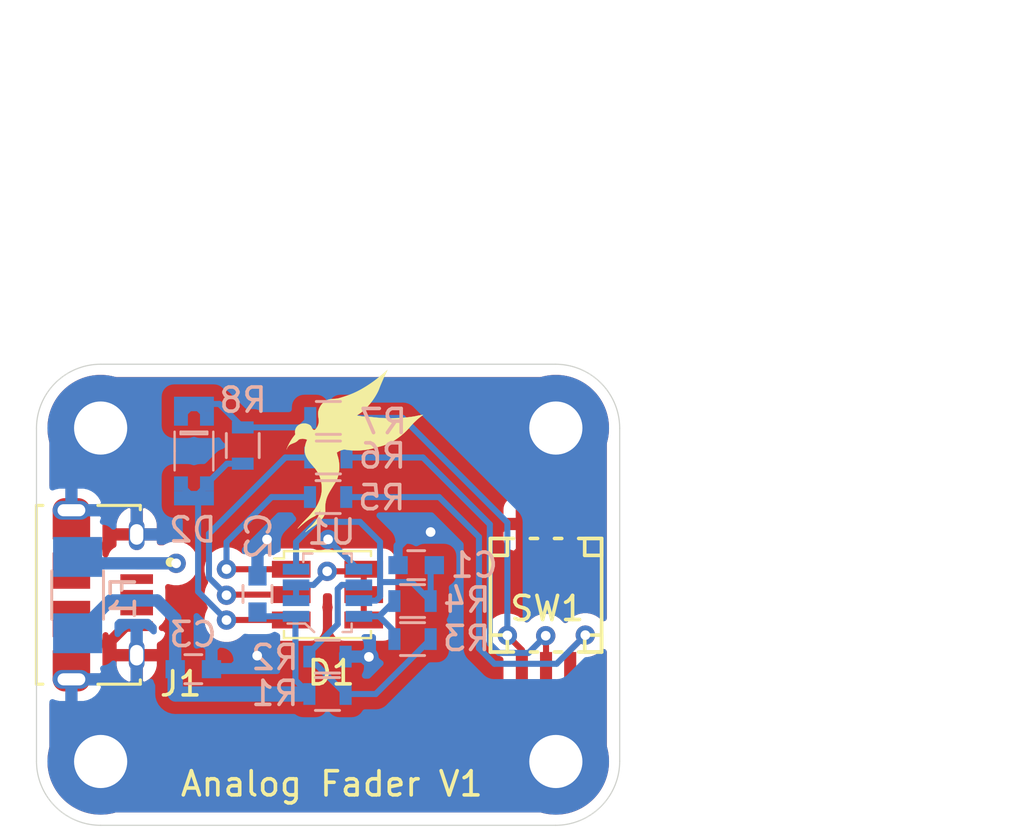
<source format=kicad_pcb>
(kicad_pcb (version 20171130) (host pcbnew "(5.1.9)-1")

  (general
    (thickness 1.6)
    (drawings 19)
    (tracks 129)
    (zones 0)
    (modules 22)
    (nets 18)
  )

  (page A4)
  (layers
    (0 F.Cu signal)
    (31 B.Cu signal)
    (32 B.Adhes user)
    (33 F.Adhes user)
    (34 B.Paste user)
    (35 F.Paste user)
    (36 B.SilkS user)
    (37 F.SilkS user)
    (38 B.Mask user)
    (39 F.Mask user)
    (40 Dwgs.User user)
    (41 Cmts.User user)
    (42 Eco1.User user)
    (43 Eco2.User user)
    (44 Edge.Cuts user)
    (45 Margin user)
    (46 B.CrtYd user)
    (47 F.CrtYd user)
    (48 B.Fab user hide)
    (49 F.Fab user hide)
  )

  (setup
    (last_trace_width 0.25)
    (trace_clearance 0.2)
    (zone_clearance 0.508)
    (zone_45_only no)
    (trace_min 0.2)
    (via_size 0.8)
    (via_drill 0.4)
    (via_min_size 0.4)
    (via_min_drill 0.3)
    (uvia_size 0.3)
    (uvia_drill 0.1)
    (uvias_allowed no)
    (uvia_min_size 0.2)
    (uvia_min_drill 0.1)
    (edge_width 0.05)
    (segment_width 0.2)
    (pcb_text_width 0.3)
    (pcb_text_size 1.5 1.5)
    (mod_edge_width 0.12)
    (mod_text_size 1 1)
    (mod_text_width 0.15)
    (pad_size 0.5 0.9)
    (pad_drill 0)
    (pad_to_mask_clearance 0)
    (aux_axis_origin 0 0)
    (visible_elements 7FFFFFFF)
    (pcbplotparams
      (layerselection 0x010f0_ffffffff)
      (usegerberextensions false)
      (usegerberattributes false)
      (usegerberadvancedattributes false)
      (creategerberjobfile false)
      (excludeedgelayer true)
      (linewidth 0.100000)
      (plotframeref false)
      (viasonmask false)
      (mode 1)
      (useauxorigin false)
      (hpglpennumber 1)
      (hpglpenspeed 20)
      (hpglpendiameter 15.000000)
      (psnegative false)
      (psa4output false)
      (plotreference true)
      (plotvalue false)
      (plotinvisibletext false)
      (padsonsilk true)
      (subtractmaskfromsilk false)
      (outputformat 1)
      (mirror false)
      (drillshape 0)
      (scaleselection 1)
      (outputdirectory "gerber/"))
  )

  (net 0 "")
  (net 1 "Net-(C1-Pad2)")
  (net 2 GND)
  (net 3 VCC)
  (net 4 "Net-(D1-Pad1)")
  (net 5 "Net-(D1-Pad2)")
  (net 6 "Net-(D1-Pad4)")
  (net 7 "Net-(F1-Pad1)")
  (net 8 "Net-(J1-Pad2)")
  (net 9 "Net-(J1-Pad3)")
  (net 10 "Net-(J1-Pad4)")
  (net 11 "Net-(R1-Pad2)")
  (net 12 "Net-(R3-Pad1)")
  (net 13 "Net-(R5-Pad1)")
  (net 14 "Net-(R6-Pad1)")
  (net 15 "Net-(D2-Pad1)")
  (net 16 "Net-(R7-Pad1)")
  (net 17 "Net-(D1-Pad3)")

  (net_class Default "This is the default net class."
    (clearance 0.2)
    (trace_width 0.25)
    (via_dia 0.8)
    (via_drill 0.4)
    (uvia_dia 0.3)
    (uvia_drill 0.1)
    (add_net GND)
    (add_net "Net-(C1-Pad2)")
    (add_net "Net-(D1-Pad1)")
    (add_net "Net-(D1-Pad2)")
    (add_net "Net-(D1-Pad3)")
    (add_net "Net-(D1-Pad4)")
    (add_net "Net-(D2-Pad1)")
    (add_net "Net-(F1-Pad1)")
    (add_net "Net-(J1-Pad2)")
    (add_net "Net-(J1-Pad3)")
    (add_net "Net-(J1-Pad4)")
    (add_net "Net-(R1-Pad2)")
    (add_net "Net-(R3-Pad1)")
    (add_net "Net-(R5-Pad1)")
    (add_net "Net-(R6-Pad1)")
    (add_net "Net-(R7-Pad1)")
    (add_net VCC)
  )

  (module logo:Tern_logo (layer F.Cu) (tedit 0) (tstamp 60054B32)
    (at 123.4313 42.9387)
    (fp_text reference G*** (at 0 -5.8801) (layer F.SilkS) hide
      (effects (font (size 1.524 1.524) (thickness 0.3)))
    )
    (fp_text value LOGO (at -0.127 -8.0137) (layer F.SilkS) hide
      (effects (font (size 1.524 1.524) (thickness 0.3)))
    )
    (fp_poly (pts (xy 1.348154 -3.35404) (xy 1.348154 -3.354028) (xy 1.347335 -3.352079) (xy 1.34501 -3.347029)
      (xy 1.341376 -3.339293) (xy 1.336629 -3.329286) (xy 1.330966 -3.317425) (xy 1.324585 -3.304124)
      (xy 1.319603 -3.293781) (xy 1.274481 -3.198949) (xy 1.228968 -3.100754) (xy 1.18329 -2.999692)
      (xy 1.13767 -2.896261) (xy 1.092332 -2.790955) (xy 1.087815 -2.780323) (xy 1.076769 -2.754213)
      (xy 1.067015 -2.730959) (xy 1.058267 -2.709843) (xy 1.050237 -2.690144) (xy 1.04264 -2.671145)
      (xy 1.03519 -2.652127) (xy 1.0276 -2.63237) (xy 1.019583 -2.611156) (xy 1.010854 -2.587766)
      (xy 1.007269 -2.5781) (xy 0.997622 -2.552899) (xy 0.98738 -2.527874) (xy 0.976309 -2.502539)
      (xy 0.964178 -2.476404) (xy 0.950753 -2.448984) (xy 0.935803 -2.419789) (xy 0.919095 -2.388333)
      (xy 0.901078 -2.355361) (xy 0.853122 -2.272471) (xy 0.801584 -2.190771) (xy 0.746687 -2.110573)
      (xy 0.688657 -2.03219) (xy 0.627719 -1.955935) (xy 0.564097 -1.88212) (xy 0.546251 -1.862389)
      (xy 0.536534 -1.851608) (xy 0.529164 -1.843034) (xy 0.523722 -1.836118) (xy 0.519788 -1.830307)
      (xy 0.516943 -1.82505) (xy 0.515731 -1.822297) (xy 0.507351 -1.805629) (xy 0.496783 -1.791678)
      (xy 0.483522 -1.77991) (xy 0.46706 -1.769789) (xy 0.465016 -1.768746) (xy 0.459852 -1.765948)
      (xy 0.454621 -1.762604) (xy 0.448865 -1.758338) (xy 0.442122 -1.752772) (xy 0.433936 -1.74553)
      (xy 0.423845 -1.736234) (xy 0.41308 -1.726106) (xy 0.402006 -1.715775) (xy 0.390836 -1.705626)
      (xy 0.380191 -1.696202) (xy 0.370688 -1.688046) (xy 0.362946 -1.6817) (xy 0.358981 -1.678678)
      (xy 0.35153 -1.672889) (xy 0.342346 -1.665131) (xy 0.332399 -1.656257) (xy 0.322661 -1.647122)
      (xy 0.318764 -1.64331) (xy 0.309698 -1.634583) (xy 0.300284 -1.625992) (xy 0.291399 -1.618303)
      (xy 0.283917 -1.612287) (xy 0.281032 -1.610185) (xy 0.274226 -1.605405) (xy 0.265283 -1.599008)
      (xy 0.255199 -1.591714) (xy 0.24497 -1.584241) (xy 0.2413 -1.581539) (xy 0.215851 -1.563101)
      (xy 0.19115 -1.545881) (xy 0.16805 -1.530468) (xy 0.157965 -1.524) (xy 0.13864 -1.511516)
      (xy 0.121885 -1.500123) (xy 0.107967 -1.490012) (xy 0.097155 -1.481374) (xy 0.093439 -1.478078)
      (xy 0.082342 -1.467804) (xy 0.089529 -1.466598) (xy 0.098538 -1.46514) (xy 0.110812 -1.46323)
      (xy 0.125746 -1.460959) (xy 0.142736 -1.458413) (xy 0.161177 -1.455682) (xy 0.180462 -1.452854)
      (xy 0.199988 -1.450017) (xy 0.21915 -1.44726) (xy 0.237341 -1.444671) (xy 0.253959 -1.442339)
      (xy 0.268396 -1.440352) (xy 0.277447 -1.439138) (xy 0.313753 -1.43448) (xy 0.347047 -1.430504)
      (xy 0.378148 -1.427142) (xy 0.407879 -1.424329) (xy 0.437061 -1.421996) (xy 0.466515 -1.420077)
      (xy 0.497064 -1.418504) (xy 0.529528 -1.417211) (xy 0.55587 -1.416377) (xy 0.577023 -1.415726)
      (xy 0.594976 -1.415066) (xy 0.610432 -1.414348) (xy 0.624099 -1.413526) (xy 0.636681 -1.412553)
      (xy 0.648885 -1.411381) (xy 0.661417 -1.409963) (xy 0.672123 -1.408625) (xy 0.765791 -1.397106)
      (xy 0.856643 -1.387119) (xy 0.945439 -1.378617) (xy 1.032935 -1.371549) (xy 1.119891 -1.365866)
      (xy 1.207063 -1.36152) (xy 1.295211 -1.35846) (xy 1.385092 -1.356638) (xy 1.477464 -1.356005)
      (xy 1.48297 -1.356004) (xy 1.551464 -1.356293) (xy 1.616921 -1.357167) (xy 1.680176 -1.358658)
      (xy 1.742059 -1.360798) (xy 1.803404 -1.36362) (xy 1.865043 -1.367158) (xy 1.927809 -1.371443)
      (xy 1.9812 -1.375578) (xy 2.022093 -1.379071) (xy 2.064035 -1.382975) (xy 2.106683 -1.387243)
      (xy 2.149691 -1.39183) (xy 2.192715 -1.396689) (xy 2.235408 -1.401776) (xy 2.277427 -1.407043)
      (xy 2.318425 -1.412446) (xy 2.358059 -1.417937) (xy 2.395982 -1.423473) (xy 2.43185 -1.429006)
      (xy 2.465318 -1.43449) (xy 2.496041 -1.439881) (xy 2.523674 -1.445131) (xy 2.547871 -1.450195)
      (xy 2.555385 -1.451897) (xy 2.588942 -1.459422) (xy 2.623286 -1.466655) (xy 2.657315 -1.473379)
      (xy 2.689926 -1.479378) (xy 2.720018 -1.484435) (xy 2.722685 -1.484855) (xy 2.73669 -1.487093)
      (xy 2.751334 -1.489513) (xy 2.765445 -1.491915) (xy 2.777855 -1.494101) (xy 2.786185 -1.495639)
      (xy 2.798704 -1.497788) (xy 2.808606 -1.49898) (xy 2.815417 -1.499162) (xy 2.81715 -1.498945)
      (xy 2.823692 -1.497584) (xy 2.814219 -1.490881) (xy 2.803314 -1.483022) (xy 2.789982 -1.473181)
      (xy 2.774837 -1.461828) (xy 2.758497 -1.449433) (xy 2.741576 -1.436465) (xy 2.724691 -1.423395)
      (xy 2.708457 -1.410692) (xy 2.69349 -1.398825) (xy 2.6924 -1.397953) (xy 2.614685 -1.333509)
      (xy 2.539303 -1.266415) (xy 2.466029 -1.196449) (xy 2.394633 -1.123388) (xy 2.324889 -1.047009)
      (xy 2.276211 -0.9906) (xy 2.256491 -0.967721) (xy 2.234343 -0.942921) (xy 2.210335 -0.916791)
      (xy 2.185033 -0.889922) (xy 2.159003 -0.862902) (xy 2.132813 -0.836324) (xy 2.107029 -0.810777)
      (xy 2.082218 -0.786852) (xy 2.066193 -0.771811) (xy 1.99136 -0.704628) (xy 1.915863 -0.641167)
      (xy 1.839729 -0.581446) (xy 1.762983 -0.52548) (xy 1.685655 -0.473288) (xy 1.60777 -0.424887)
      (xy 1.529356 -0.380293) (xy 1.45044 -0.339524) (xy 1.371049 -0.302597) (xy 1.29121 -0.269529)
      (xy 1.2416 -0.251009) (xy 1.202209 -0.237403) (xy 1.160794 -0.223999) (xy 1.118506 -0.21114)
      (xy 1.076502 -0.199168) (xy 1.035933 -0.188425) (xy 1.007208 -0.181397) (xy 0.995547 -0.17849)
      (xy 0.981215 -0.174654) (xy 0.965252 -0.170183) (xy 0.948698 -0.165372) (xy 0.932593 -0.160513)
      (xy 0.925147 -0.158194) (xy 0.835989 -0.13148) (xy 0.747871 -0.107932) (xy 0.6602 -0.087442)
      (xy 0.572383 -0.069901) (xy 0.483829 -0.055199) (xy 0.393945 -0.04323) (xy 0.302138 -0.033882)
      (xy 0.21297 -0.027354) (xy 0.195232 -0.026459) (xy 0.174282 -0.025687) (xy 0.150814 -0.025044)
      (xy 0.125522 -0.024536) (xy 0.099099 -0.024169) (xy 0.07224 -0.023949) (xy 0.045639 -0.023881)
      (xy 0.019988 -0.023972) (xy -0.004017 -0.024226) (xy -0.025683 -0.024651) (xy -0.042984 -0.025199)
      (xy -0.131124 -0.029825) (xy -0.216776 -0.036689) (xy -0.300706 -0.045866) (xy -0.383679 -0.057429)
      (xy -0.396546 -0.059447) (xy -0.436684 -0.065834) (xy -0.459529 -0.061381) (xy -0.503469 -0.051272)
      (xy -0.547315 -0.03819) (xy -0.590464 -0.022397) (xy -0.63231 -0.004152) (xy -0.672248 0.016285)
      (xy -0.709671 0.038651) (xy -0.738764 0.058772) (xy -0.752332 0.06883) (xy -0.748234 0.074958)
      (xy -0.74004 0.090104) (xy -0.734177 0.107025) (xy -0.731096 0.12425) (xy -0.730738 0.131881)
      (xy -0.730359 0.138371) (xy -0.729082 0.145579) (xy -0.726695 0.154383) (xy -0.722989 0.165656)
      (xy -0.72179 0.169082) (xy -0.702413 0.228734) (xy -0.685479 0.290873) (xy -0.671098 0.354851)
      (xy -0.659378 0.420019) (xy -0.650431 0.48573) (xy -0.644365 0.551336) (xy -0.64129 0.616189)
      (xy -0.640909 0.646723) (xy -0.642669 0.717461) (xy -0.647995 0.789031) (xy -0.656792 0.860898)
      (xy -0.668966 0.932523) (xy -0.684422 1.003368) (xy -0.703068 1.072897) (xy -0.724808 1.140571)
      (xy -0.729839 1.154723) (xy -0.734424 1.167365) (xy -0.73854 1.17854) (xy -0.742372 1.188596)
      (xy -0.746106 1.19788) (xy -0.749927 1.206741) (xy -0.754019 1.215524) (xy -0.758567 1.224577)
      (xy -0.763757 1.234248) (xy -0.769773 1.244884) (xy -0.776801 1.256832) (xy -0.785025 1.270439)
      (xy -0.79463 1.286052) (xy -0.805802 1.30402) (xy -0.818725 1.324689) (xy -0.829754 1.342293)
      (xy -0.855943 1.384115) (xy -0.88014 1.422825) (xy -0.902454 1.458605) (xy -0.922993 1.491637)
      (xy -0.941865 1.522104) (xy -0.95918 1.550189) (xy -0.975045 1.576073) (xy -0.989569 1.599941)
      (xy -1.002861 1.621973) (xy -1.01503 1.642353) (xy -1.026183 1.661263) (xy -1.036429 1.678885)
      (xy -1.045878 1.695403) (xy -1.054636 1.710999) (xy -1.062814 1.725854) (xy -1.070518 1.740153)
      (xy -1.077859 1.754077) (xy -1.084944 1.767809) (xy -1.091882 1.781531) (xy -1.096931 1.791677)
      (xy -1.107233 1.812722) (xy -1.116075 1.831325) (xy -1.123886 1.848468) (xy -1.131094 1.865129)
      (xy -1.138129 1.88229) (xy -1.145418 1.90093) (xy -1.150202 1.913525) (xy -1.169355 1.969173)
      (xy -1.185889 2.027231) (xy -1.199718 2.087132) (xy -1.210754 2.148307) (xy -1.218909 2.210188)
      (xy -1.224094 2.272208) (xy -1.226221 2.333798) (xy -1.225203 2.394391) (xy -1.225091 2.39688)
      (xy -1.224391 2.41215) (xy -1.223675 2.427871) (xy -1.222988 2.443058) (xy -1.222373 2.456725)
      (xy -1.221877 2.467889) (xy -1.221714 2.471609) (xy -1.221964 2.509924) (xy -1.226069 2.548088)
      (xy -1.234037 2.586116) (xy -1.245874 2.624022) (xy -1.261586 2.661821) (xy -1.281179 2.699529)
      (xy -1.30466 2.73716) (xy -1.332035 2.774729) (xy -1.36331 2.81225) (xy -1.368814 2.818403)
      (xy -1.411216 2.864192) (xy -1.452794 2.906679) (xy -1.494004 2.946254) (xy -1.535298 2.983307)
      (xy -1.577132 3.018228) (xy -1.61996 3.051408) (xy -1.664237 3.083237) (xy -1.710417 3.114105)
      (xy -1.721338 3.121099) (xy -1.736193 3.130603) (xy -1.749846 3.139498) (xy -1.762879 3.148188)
      (xy -1.775873 3.157077) (xy -1.789407 3.166571) (xy -1.804064 3.177073) (xy -1.820423 3.188988)
      (xy -1.839065 3.20272) (xy -1.847298 3.208817) (xy -1.867742 3.223983) (xy -1.885361 3.237073)
      (xy -1.900475 3.248329) (xy -1.913403 3.257994) (xy -1.924467 3.266311) (xy -1.933986 3.273522)
      (xy -1.942279 3.27987) (xy -1.949669 3.285597) (xy -1.956473 3.290945) (xy -1.963014 3.296159)
      (xy -1.96961 3.301479) (xy -1.970075 3.301856) (xy -1.984011 3.313145) (xy -1.995296 3.32225)
      (xy -2.004305 3.329463) (xy -2.011416 3.335071) (xy -2.017004 3.339364) (xy -2.021445 3.342631)
      (xy -2.025114 3.345162) (xy -2.028387 3.347246) (xy -2.031261 3.348953) (xy -2.038021 3.352718)
      (xy -2.04189 3.354431) (xy -2.043233 3.3542) (xy -2.042521 3.352312) (xy -2.040324 3.349236)
      (xy -2.035978 3.343698) (xy -2.029892 3.336191) (xy -2.022475 3.327205) (xy -2.014137 3.317234)
      (xy -2.005285 3.306769) (xy -1.996331 3.296303) (xy -1.987682 3.286326) (xy -1.986865 3.285393)
      (xy -1.977144 3.274578) (xy -1.9652 3.26176) (xy -1.951612 3.247521) (xy -1.936957 3.232443)
      (xy -1.921812 3.217109) (xy -1.906754 3.202103) (xy -1.892361 3.188005) (xy -1.87921 3.1754)
      (xy -1.867878 3.16487) (xy -1.863969 3.161355) (xy -1.850912 3.149335) (xy -1.835786 3.13467)
      (xy -1.818962 3.117765) (xy -1.80081 3.099027) (xy -1.781702 3.078862) (xy -1.762009 3.057677)
      (xy -1.742101 3.035878) (xy -1.72235 3.013872) (xy -1.703127 2.992064) (xy -1.684802 2.970862)
      (xy -1.667746 2.950671) (xy -1.652331 2.931899) (xy -1.638927 2.914951) (xy -1.638319 2.914162)
      (xy -1.604485 2.867466) (xy -1.572332 2.817557) (xy -1.542052 2.764836) (xy -1.51384 2.709704)
      (xy -1.487889 2.652561) (xy -1.464393 2.593809) (xy -1.443545 2.533848) (xy -1.42567 2.47357)
      (xy -1.422171 2.460439) (xy -1.418649 2.446829) (xy -1.415245 2.433321) (xy -1.4121 2.4205)
      (xy -1.409354 2.40895) (xy -1.407147 2.399254) (xy -1.40562 2.391997) (xy -1.404914 2.387761)
      (xy -1.404883 2.387175) (xy -1.40549 2.387894) (xy -1.407094 2.391698) (xy -1.409452 2.39797)
      (xy -1.412319 2.40609) (xy -1.412344 2.406162) (xy -1.428146 2.44694) (xy -1.446681 2.485191)
      (xy -1.468098 2.521113) (xy -1.492546 2.554903) (xy -1.520175 2.586757) (xy -1.551134 2.616874)
      (xy -1.585574 2.645451) (xy -1.604107 2.659197) (xy -1.62127 2.671059) (xy -1.639028 2.682455)
      (xy -1.658028 2.693759) (xy -1.678917 2.705347) (xy -1.702344 2.717594) (xy -1.722315 2.727607)
      (xy -1.786103 2.761032) (xy -1.84995 2.798314) (xy -1.913784 2.839406) (xy -1.977533 2.884257)
      (xy -2.041125 2.932821) (xy -2.10449 2.985049) (xy -2.107064 2.987252) (xy -2.121221 2.999353)
      (xy -2.136783 3.012594) (xy -2.152859 3.026222) (xy -2.16856 3.039484) (xy -2.182993 3.051625)
      (xy -2.194169 3.060974) (xy -2.20737 3.072018) (xy -2.219063 3.08191) (xy -2.229826 3.091164)
      (xy -2.240237 3.100292) (xy -2.250873 3.109811) (xy -2.26231 3.120233) (xy -2.275127 3.132072)
      (xy -2.2899 3.145844) (xy -2.298195 3.153609) (xy -2.309411 3.163999) (xy -2.320516 3.174061)
      (xy -2.331128 3.183472) (xy -2.340867 3.191908) (xy -2.349352 3.199044) (xy -2.356204 3.204557)
      (xy -2.36104 3.208122) (xy -2.363481 3.209414) (xy -2.363656 3.209365) (xy -2.362921 3.207443)
      (xy -2.359927 3.202855) (xy -2.354931 3.195924) (xy -2.348192 3.186972) (xy -2.339967 3.176321)
      (xy -2.330515 3.164294) (xy -2.320094 3.151213) (xy -2.308961 3.137402) (xy -2.297374 3.123182)
      (xy -2.285593 3.108877) (xy -2.273874 3.094808) (xy -2.262476 3.081298) (xy -2.251656 3.06867)
      (xy -2.244752 3.060741) (xy -2.228877 3.042926) (xy -2.210188 3.022457) (xy -2.18868 2.999331)
      (xy -2.164352 2.973544) (xy -2.137199 2.945094) (xy -2.10722 2.913977) (xy -2.07441 2.88019)
      (xy -2.038768 2.843731) (xy -2.000289 2.804595) (xy -1.961834 2.76567) (xy -1.950449 2.754163)
      (xy -1.939971 2.743543) (xy -1.930233 2.733617) (xy -1.921067 2.724194) (xy -1.912307 2.715079)
      (xy -1.903785 2.706082) (xy -1.895334 2.697009) (xy -1.886786 2.687669) (xy -1.877974 2.677868)
      (xy -1.868732 2.667415) (xy -1.858891 2.656117) (xy -1.848285 2.643782) (xy -1.836747 2.630217)
      (xy -1.824108 2.61523) (xy -1.810202 2.598629) (xy -1.794862 2.58022) (xy -1.77792 2.559813)
      (xy -1.759209 2.537213) (xy -1.738562 2.51223) (xy -1.715812 2.48467) (xy -1.690791 2.454342)
      (xy -1.683282 2.445239) (xy -1.666924 2.424322) (xy -1.649376 2.399803) (xy -1.63658 2.380599)
      (xy -1.404661 2.380599) (xy -1.404302 2.383133) (xy -1.403635 2.383163) (xy -1.403168 2.380548)
      (xy -1.40348 2.379419) (xy -1.404348 2.378679) (xy -1.404661 2.380599) (xy -1.63658 2.380599)
      (xy -1.631481 2.372947) (xy -1.402861 2.372947) (xy -1.401884 2.373923) (xy -1.400907 2.372947)
      (xy -1.401884 2.37197) (xy -1.402861 2.372947) (xy -1.631481 2.372947) (xy -1.630703 2.37178)
      (xy -1.610972 2.34035) (xy -1.601739 2.325077) (xy -1.561578 2.254817) (xy -1.525028 2.184437)
      (xy -1.492118 2.114019) (xy -1.462877 2.043647) (xy -1.437334 1.973404) (xy -1.415517 1.903373)
      (xy -1.397455 1.833637) (xy -1.383176 1.764279) (xy -1.372711 1.695383) (xy -1.36772 1.64807)
      (xy -1.367098 1.639371) (xy -1.36645 1.627646) (xy -1.365812 1.613778) (xy -1.365224 1.598648)
      (xy -1.364724 1.583138) (xy -1.364477 1.573823) (xy -1.364689 1.502558) (xy -1.3687 1.430865)
      (xy -1.376465 1.359012) (xy -1.387938 1.287266) (xy -1.403072 1.215893) (xy -1.421822 1.14516)
      (xy -1.444143 1.075334) (xy -1.456051 1.042377) (xy -1.463993 1.022673) (xy -1.473997 1.000278)
      (xy -1.485819 0.975656) (xy -1.499216 0.949269) (xy -1.513941 0.921581) (xy -1.529751 0.893056)
      (xy -1.546402 0.864155) (xy -1.563648 0.835343) (xy -1.575121 0.816788) (xy -1.585831 0.799882)
      (xy -1.595826 0.784565) (xy -1.605504 0.770309) (xy -1.615263 0.756586) (xy -1.625501 0.74287)
      (xy -1.636615 0.728633) (xy -1.649004 0.713347) (xy -1.663065 0.696485) (xy -1.679197 0.67752)
      (xy -1.687372 0.668002) (xy -1.69695 0.656879) (xy -1.70846 0.643514) (xy -1.721285 0.628624)
      (xy -1.734806 0.612926) (xy -1.748406 0.597138) (xy -1.761465 0.581979) (xy -1.76731 0.575194)
      (xy -1.790335 0.54834) (xy -1.810999 0.523953) (xy -1.829616 0.50165) (xy -1.846497 0.481049)
      (xy -1.861958 0.461767) (xy -1.876309 0.44342) (xy -1.889865 0.425627) (xy -1.893236 0.421127)
      (xy -1.922067 0.381456) (xy -1.94785 0.343675) (xy -1.970737 0.307434) (xy -1.990881 0.272383)
      (xy -2.008435 0.238172) (xy -2.023553 0.204451) (xy -2.036386 0.170871) (xy -2.04709 0.137081)
      (xy -2.055815 0.102731) (xy -2.062716 0.067473) (xy -2.067946 0.030954) (xy -2.069332 0.018562)
      (xy -2.070289 0.006402) (xy -2.070996 -0.008762) (xy -2.071452 -0.026034) (xy -2.071658 -0.044516)
      (xy -2.071612 -0.063313) (xy -2.071317 -0.08153) (xy -2.07077 -0.098269) (xy -2.069973 -0.112635)
      (xy -2.069332 -0.120161) (xy -2.061068 -0.181892) (xy -2.048926 -0.243215) (xy -2.03292 -0.304063)
      (xy -2.022057 -0.338555) (xy -2.017939 -0.350414) (xy -2.012743 -0.36465) (xy -2.006813 -0.380387)
      (xy -2.00049 -0.396749) (xy -1.994116 -0.412859) (xy -1.988035 -0.427841) (xy -1.982588 -0.44082)
      (xy -1.978424 -0.450254) (xy -1.975311 -0.457508) (xy -1.973113 -0.463545) (xy -1.972163 -0.467408)
      (xy -1.972206 -0.468125) (xy -1.974296 -0.469747) (xy -1.979267 -0.47234) (xy -1.986336 -0.475524)
      (xy -1.993276 -0.478358) (xy -2.029706 -0.490801) (xy -2.067297 -0.500206) (xy -2.105305 -0.506446)
      (xy -2.142985 -0.509392) (xy -2.173153 -0.509259) (xy -2.191367 -0.508095) (xy -2.209814 -0.506258)
      (xy -2.227838 -0.50386) (xy -2.244785 -0.501017) (xy -2.26 -0.497842) (xy -2.272829 -0.494448)
      (xy -2.282617 -0.490949) (xy -2.285023 -0.489814) (xy -2.291613 -0.486894) (xy -2.299602 -0.483975)
      (xy -2.303605 -0.482734) (xy -2.308698 -0.481039) (xy -2.313086 -0.4788) (xy -2.317587 -0.475404)
      (xy -2.323021 -0.470237) (xy -2.329856 -0.463061) (xy -2.351091 -0.441564) (xy -2.37368 -0.421039)
      (xy -2.396862 -0.402105) (xy -2.419877 -0.38538) (xy -2.441964 -0.371483) (xy -2.44365 -0.370522)
      (xy -2.452755 -0.365515) (xy -2.462182 -0.360643) (xy -2.472389 -0.355706) (xy -2.483833 -0.350503)
      (xy -2.496972 -0.344834) (xy -2.512265 -0.338497) (xy -2.530168 -0.331291) (xy -2.55114 -0.323016)
      (xy -2.558561 -0.320114) (xy -2.583146 -0.310368) (xy -2.604447 -0.301579) (xy -2.622908 -0.293537)
      (xy -2.638976 -0.286034) (xy -2.653095 -0.27886) (xy -2.665711 -0.271807) (xy -2.677269 -0.264666)
      (xy -2.678723 -0.263717) (xy -2.703292 -0.246203) (xy -2.725103 -0.227601) (xy -2.74474 -0.207279)
      (xy -2.762786 -0.184606) (xy -2.779824 -0.158949) (xy -2.787472 -0.145994) (xy -2.792095 -0.13798)
      (xy -2.795934 -0.131493) (xy -2.798632 -0.127124) (xy -2.799832 -0.125464) (xy -2.799861 -0.125496)
      (xy -2.799115 -0.127857) (xy -2.797032 -0.133248) (xy -2.793844 -0.14112) (xy -2.789782 -0.150924)
      (xy -2.785078 -0.162111) (xy -2.779965 -0.174133) (xy -2.774675 -0.186441) (xy -2.769439 -0.198486)
      (xy -2.764489 -0.209719) (xy -2.760649 -0.218286) (xy -2.727213 -0.288109) (xy -2.690447 -0.357381)
      (xy -2.650697 -0.425552) (xy -2.608308 -0.49207) (xy -2.563628 -0.556384) (xy -2.517 -0.617943)
      (xy -2.486673 -0.65519) (xy -2.467299 -0.678312) (xy -2.46538 -0.692673) (xy -2.464455 -0.703138)
      (xy -2.464911 -0.712525) (xy -2.466405 -0.721329) (xy -2.471644 -0.755851) (xy -2.473416 -0.791124)
      (xy -2.471772 -0.826519) (xy -2.46676 -0.861407) (xy -2.458431 -0.89516) (xy -2.450826 -0.91733)
      (xy -2.435901 -0.950679) (xy -2.41773 -0.981945) (xy -2.396485 -1.010943) (xy -2.372339 -1.037484)
      (xy -2.345463 -1.061382) (xy -2.316029 -1.082449) (xy -2.28421 -1.100499) (xy -2.281115 -1.102028)
      (xy -2.253573 -1.114232) (xy -2.226421 -1.123628) (xy -2.198651 -1.130473) (xy -2.169253 -1.135024)
      (xy -2.143451 -1.137213) (xy -2.130791 -1.137955) (xy -2.117465 -1.138746) (xy -2.104889 -1.139501)
      (xy -2.094478 -1.140136) (xy -2.092569 -1.140254) (xy -2.063143 -1.140481) (xy -2.032095 -1.137743)
      (xy -2.000149 -1.132198) (xy -1.96803 -1.124006) (xy -1.936462 -1.113327) (xy -1.906168 -1.10032)
      (xy -1.901977 -1.098276) (xy -1.876564 -1.084549) (xy -1.854853 -1.070356) (xy -1.836651 -1.055563)
      (xy -1.827164 -1.046161) (xy -1.818551 -1.036211) (xy -1.810787 -1.025623) (xy -1.803414 -1.013644)
      (xy -1.795976 -0.999523) (xy -1.788014 -0.982506) (xy -1.786714 -0.979585) (xy -1.777434 -0.95923)
      (xy -1.768938 -0.942122) (xy -1.760862 -0.927773) (xy -1.752839 -0.915695) (xy -1.744505 -0.905399)
      (xy -1.735493 -0.896398) (xy -1.725439 -0.888205) (xy -1.713977 -0.880331) (xy -1.710895 -0.878384)
      (xy -1.696915 -0.869676) (xy -1.682261 -0.871331) (xy -1.672479 -0.872902) (xy -1.661864 -0.875313)
      (xy -1.654174 -0.877573) (xy -1.648022 -0.879838) (xy -1.643201 -0.882226) (xy -1.638802 -0.885422)
      (xy -1.633917 -0.89011) (xy -1.627636 -0.896976) (xy -1.626045 -0.898769) (xy -1.597316 -0.933835)
      (xy -1.571771 -0.970409) (xy -1.549495 -1.008264) (xy -1.530575 -1.047172) (xy -1.515097 -1.086907)
      (xy -1.503145 -1.127242) (xy -1.494807 -1.16795) (xy -1.490168 -1.208804) (xy -1.489313 -1.249578)
      (xy -1.489677 -1.259253) (xy -1.490401 -1.272677) (xy -1.491244 -1.285311) (xy -1.492276 -1.297797)
      (xy -1.493567 -1.310775) (xy -1.495186 -1.324888) (xy -1.497205 -1.340776) (xy -1.499692 -1.359081)
      (xy -1.502719 -1.380444) (xy -1.503556 -1.386253) (xy -1.507141 -1.411481) (xy -1.510114 -1.433402)
      (xy -1.512526 -1.452561) (xy -1.514429 -1.469503) (xy -1.515873 -1.484772) (xy -1.516911 -1.498914)
      (xy -1.517594 -1.512472) (xy -1.517973 -1.52599) (xy -1.518099 -1.540015) (xy -1.5181 -1.540196)
      (xy -1.517919 -1.560753) (xy -1.517254 -1.578621) (xy -1.515989 -1.595001) (xy -1.514011 -1.611096)
      (xy -1.511206 -1.628105) (xy -1.508287 -1.643184) (xy -1.497334 -1.688151) (xy -1.482955 -1.732499)
      (xy -1.465349 -1.77596) (xy -1.444718 -1.818266) (xy -1.421264 -1.859149) (xy -1.395187 -1.89834)
      (xy -1.366689 -1.935571) (xy -1.33597 -1.970574) (xy -1.303232 -2.003082) (xy -1.268676 -2.032825)
      (xy -1.232503 -2.059535) (xy -1.194914 -2.082945) (xy -1.167739 -2.097288) (xy -1.146391 -2.107336)
      (xy -1.126903 -2.115589) (xy -1.107965 -2.122539) (xy -1.08827 -2.128679) (xy -1.073949 -2.132597)
      (xy -1.060758 -2.135918) (xy -1.047819 -2.138888) (xy -1.034726 -2.141561) (xy -1.021073 -2.143988)
      (xy -1.006452 -2.146222) (xy -0.99046 -2.148315) (xy -0.972688 -2.150319) (xy -0.952731 -2.152286)
      (xy -0.930184 -2.154269) (xy -0.904639 -2.15632) (xy -0.87569 -2.158491) (xy -0.868484 -2.159014)
      (xy -0.839971 -2.161108) (xy -0.814891 -2.163045) (xy -0.792776 -2.164895) (xy -0.773157 -2.16673)
      (xy -0.755568 -2.168619) (xy -0.739539 -2.170633) (xy -0.724603 -2.172843) (xy -0.710292 -2.175318)
      (xy -0.696137 -2.178131) (xy -0.681671 -2.18135) (xy -0.666426 -2.185047) (xy -0.649933 -2.189292)
      (xy -0.631724 -2.194156) (xy -0.627363 -2.195337) (xy -0.603472 -2.202024) (xy -0.576391 -2.209964)
      (xy -0.54658 -2.219009) (xy -0.514496 -2.229007) (xy -0.480596 -2.239809) (xy -0.445338 -2.251265)
      (xy -0.409182 -2.263224) (xy -0.372583 -2.275536) (xy -0.336 -2.288052) (xy -0.299892 -2.300621)
      (xy -0.264715 -2.313094) (xy -0.23153 -2.325099) (xy -0.146821 -2.357641) (xy -0.060838 -2.393752)
      (xy 0.026295 -2.433352) (xy 0.114452 -2.476359) (xy 0.203508 -2.522693) (xy 0.293338 -2.572275)
      (xy 0.383819 -2.625024) (xy 0.474824 -2.68086) (xy 0.566228 -2.739701) (xy 0.657908 -2.801469)
      (xy 0.749739 -2.866083) (xy 0.841594 -2.933461) (xy 0.93335 -3.003525) (xy 1.024882 -3.076194)
      (xy 1.116064 -3.151387) (xy 1.206772 -3.229025) (xy 1.293325 -3.305813) (xy 1.307388 -3.318506)
      (xy 1.318823 -3.328815) (xy 1.327901 -3.336979) (xy 1.334892 -3.343236) (xy 1.340066 -3.347823)
      (xy 1.343694 -3.350979) (xy 1.346046 -3.35294) (xy 1.347393 -3.353946) (xy 1.348006 -3.354233)
      (xy 1.348154 -3.35404)) (layer F.SilkS) (width 0.01))
    (fp_poly (pts (xy -2.801035 -0.119505) (xy -2.802343 -0.115278) (xy -2.803989 -0.11088) (xy -2.80683 -0.103525)
      (xy -2.810182 -0.094567) (xy -2.812959 -0.086946) (xy -2.815588 -0.080019) (xy -2.81796 -0.074489)
      (xy -2.819602 -0.071449) (xy -2.819716 -0.071315) (xy -2.819932 -0.072132) (xy -2.818988 -0.075928)
      (xy -2.817074 -0.082015) (xy -2.815613 -0.086269) (xy -2.811344 -0.098036) (xy -2.807535 -0.107864)
      (xy -2.804381 -0.115291) (xy -2.802077 -0.119855) (xy -2.800936 -0.121138) (xy -2.801035 -0.119505)) (layer F.SilkS) (width 0.01))
  )

  (module Resistors_SMD:R_0603 (layer B.Cu) (tedit 6004BE5F) (tstamp 6004CF05)
    (at 118.7958 42.7108 270)
    (descr "Resistor SMD 0603, reflow soldering, Vishay (see dcrcw.pdf)")
    (tags "resistor 0603")
    (path /5FFEC2D9)
    (attr smd)
    (fp_text reference R8 (at -1.8796 -0.0127 180) (layer B.SilkS)
      (effects (font (size 1 1) (thickness 0.15)) (justify mirror))
    )
    (fp_text value "110 or 63" (at 0 -1.5 90) (layer B.Fab)
      (effects (font (size 1 1) (thickness 0.15)) (justify mirror))
    )
    (fp_text user %R (at 0 0 90) (layer B.Fab)
      (effects (font (size 0.4 0.4) (thickness 0.075)) (justify mirror))
    )
    (fp_line (start -0.8 -0.4) (end -0.8 0.4) (layer B.Fab) (width 0.1))
    (fp_line (start 0.8 -0.4) (end -0.8 -0.4) (layer B.Fab) (width 0.1))
    (fp_line (start 0.8 0.4) (end 0.8 -0.4) (layer B.Fab) (width 0.1))
    (fp_line (start -0.8 0.4) (end 0.8 0.4) (layer B.Fab) (width 0.1))
    (fp_line (start 0.5 -0.68) (end -0.5 -0.68) (layer B.SilkS) (width 0.12))
    (fp_line (start -0.5 0.68) (end 0.5 0.68) (layer B.SilkS) (width 0.12))
    (fp_line (start -1.25 0.7) (end 1.25 0.7) (layer B.CrtYd) (width 0.05))
    (fp_line (start -1.25 0.7) (end -1.25 -0.7) (layer B.CrtYd) (width 0.05))
    (fp_line (start 1.25 -0.7) (end 1.25 0.7) (layer B.CrtYd) (width 0.05))
    (fp_line (start 1.25 -0.7) (end -1.25 -0.7) (layer B.CrtYd) (width 0.05))
    (pad 1 smd rect (at -0.75 0 270) (size 0.5 0.9) (layers B.Cu B.Paste B.Mask)
      (net 15 "Net-(D2-Pad1)"))
    (pad 2 smd rect (at 0.75 0 270) (size 0.5 0.9) (layers B.Cu B.Paste B.Mask)
      (net 17 "Net-(D1-Pad3)"))
    (model ${KISYS3DMOD}/Resistors_SMD.3dshapes/R_0603.wrl
      (at (xyz 0 0 0))
      (scale (xyz 1 1 1))
      (rotate (xyz 0 0 0))
    )
  )

  (module Mounting_Holes:MountingHole_2.2mm_M2_Pad (layer F.Cu) (tedit 6004A56E) (tstamp 6004AA5B)
    (at 112.9157 55.7911)
    (descr "Mounting Hole 2.2mm, M2")
    (tags "mounting hole 2.2mm m2")
    (attr virtual)
    (fp_text reference REF** (at -0.0254 5.9944) (layer F.SilkS) hide
      (effects (font (size 1 1) (thickness 0.15)))
    )
    (fp_text value MountingHole_2.2mm_M2_Pad (at 0 3.2) (layer F.Fab)
      (effects (font (size 1 1) (thickness 0.15)))
    )
    (fp_text user %R (at 0.3 0) (layer F.Fab)
      (effects (font (size 1 1) (thickness 0.15)))
    )
    (fp_circle (center 0 0) (end 2.2 0) (layer Cmts.User) (width 0.15))
    (fp_circle (center 0 0) (end 2.45 0) (layer F.CrtYd) (width 0.05))
    (pad 1 thru_hole circle (at 0 0) (size 4.399999 4.399999) (drill 2.2) (layers *.Cu *.Mask)
      (net 2 GND) (zone_connect 2))
  )

  (module Mounting_Holes:MountingHole_2.2mm_M2_Pad (layer F.Cu) (tedit 6004A565) (tstamp 6004A909)
    (at 131.7498 55.7911)
    (descr "Mounting Hole 2.2mm, M2")
    (tags "mounting hole 2.2mm m2")
    (attr virtual)
    (fp_text reference REF** (at 0 6.5659) (layer F.SilkS) hide
      (effects (font (size 1 1) (thickness 0.15)))
    )
    (fp_text value MountingHole_2.2mm_M2_Pad (at 0 3.2) (layer F.Fab)
      (effects (font (size 1 1) (thickness 0.15)))
    )
    (fp_circle (center 0 0) (end 2.45 0) (layer F.CrtYd) (width 0.05))
    (fp_circle (center 0 0) (end 2.2 0) (layer Cmts.User) (width 0.15))
    (fp_text user %R (at 0.3 0) (layer F.Fab)
      (effects (font (size 1 1) (thickness 0.15)))
    )
    (pad 1 thru_hole circle (at 0 0) (size 4.399999 4.399999) (drill 2.2) (layers *.Cu *.Mask)
      (net 2 GND) (zone_connect 2))
  )

  (module Mounting_Holes:MountingHole_2.2mm_M2_Pad (layer F.Cu) (tedit 6004A555) (tstamp 6004A8A5)
    (at 131.7498 41.9862)
    (descr "Mounting Hole 2.2mm, M2")
    (tags "mounting hole 2.2mm m2")
    (attr virtual)
    (fp_text reference REF** (at -0.0762 -5.7277) (layer F.SilkS) hide
      (effects (font (size 1 1) (thickness 0.15)))
    )
    (fp_text value MountingHole_2.2mm_M2_Pad (at 0 3.2) (layer F.Fab)
      (effects (font (size 1 1) (thickness 0.15)))
    )
    (fp_text user %R (at 0.3 0) (layer F.Fab)
      (effects (font (size 1 1) (thickness 0.15)))
    )
    (fp_circle (center 0 0) (end 2.2 0) (layer Cmts.User) (width 0.15))
    (fp_circle (center 0 0) (end 2.45 0) (layer F.CrtYd) (width 0.05))
    (pad 1 thru_hole circle (at 0 0) (size 4.399999 4.399999) (drill 2.2) (layers *.Cu *.Mask)
      (net 2 GND) (zone_connect 2))
  )

  (module Mounting_Holes:MountingHole_2.2mm_M2_Pad (layer F.Cu) (tedit 6004A53C) (tstamp 6004A84C)
    (at 112.9157 41.9862)
    (descr "Mounting Hole 2.2mm, M2")
    (tags "mounting hole 2.2mm m2")
    (attr virtual)
    (fp_text reference REF** (at -0.0127 -6.096) (layer F.SilkS) hide
      (effects (font (size 1 1) (thickness 0.15)))
    )
    (fp_text value MountingHole_2.2mm_M2_Pad (at 0 3.2) (layer F.Fab)
      (effects (font (size 1 1) (thickness 0.15)))
    )
    (fp_circle (center 0 0) (end 2.45 0) (layer F.CrtYd) (width 0.05))
    (fp_circle (center 0 0) (end 2.2 0) (layer Cmts.User) (width 0.15))
    (fp_text user %R (at 0.3 0) (layer F.Fab)
      (effects (font (size 1 1) (thickness 0.15)))
    )
    (pad 1 thru_hole circle (at 0 0) (size 4.399999 4.399999) (drill 2.2) (layers *.Cu *.Mask)
      (net 2 GND) (zone_connect 2))
  )

  (module digikey-footprints:SOD-80 (layer B.Cu) (tedit 6004B218) (tstamp 60041E49)
    (at 116.7765 42.9387 270)
    (path /600184F7)
    (attr smd)
    (fp_text reference D2 (at 3.2639 0.0508 180) (layer B.SilkS)
      (effects (font (size 1 1) (thickness 0.15)) (justify mirror))
    )
    (fp_text value D (at 0 -1.93 90) (layer B.Fab)
      (effects (font (size 1 1) (thickness 0.15)) (justify mirror))
    )
    (fp_line (start -0.8 0.55) (end -0.8 -0.55) (layer B.SilkS) (width 0.1))
    (fp_line (start -0.8 -0.55) (end -0.7 -0.55) (layer B.SilkS) (width 0.1))
    (fp_line (start -0.7 -0.55) (end -0.7 0.55) (layer B.SilkS) (width 0.1))
    (fp_line (start -0.7 0.55) (end -0.8 0.55) (layer B.SilkS) (width 0.1))
    (fp_line (start -2.5 -1.08) (end 2.5 -1.08) (layer B.CrtYd) (width 0.05))
    (fp_line (start -2.5 1.08) (end 2.5 1.08) (layer B.CrtYd) (width 0.05))
    (fp_line (start 2.5 1.08) (end 2.5 -1.08) (layer B.CrtYd) (width 0.05))
    (fp_line (start -2.5 1.08) (end -2.5 -1.08) (layer B.CrtYd) (width 0.05))
    (fp_line (start -0.8 -0.8) (end 0.8 -0.8) (layer B.SilkS) (width 0.1))
    (fp_line (start 0 0.8) (end 0.8 0.8) (layer B.SilkS) (width 0.1))
    (fp_line (start 0 0.8) (end -0.8 0.8) (layer B.SilkS) (width 0.1))
    (fp_line (start 1.73 0.65) (end 1.73 -0.65) (layer B.Fab) (width 0.1))
    (fp_line (start -1.73 0.65) (end -1.73 -0.65) (layer B.Fab) (width 0.1))
    (fp_line (start -1.725 -0.65) (end 1.725 -0.65) (layer B.Fab) (width 0.1))
    (fp_line (start -1.725 0.65) (end 1.725 0.65) (layer B.Fab) (width 0.1))
    (fp_text user %R (at 0 0 90) (layer B.Fab)
      (effects (font (size 0.5 0.5) (thickness 0.05)) (justify mirror))
    )
    (pad A smd rect (at 1.35 -0.5375 270) (size 0.6 0.575) (layers B.Cu B.Paste B.Mask)
      (net 17 "Net-(D1-Pad3)"))
    (pad A smd rect (at 1.35 0.5375 270) (size 0.6 0.575) (layers B.Cu B.Paste B.Mask)
      (net 17 "Net-(D1-Pad3)"))
    (pad K smd rect (at -1.35 -0.5375 270) (size 0.6 0.575) (layers B.Cu B.Paste B.Mask)
      (net 15 "Net-(D2-Pad1)"))
    (pad K smd rect (at -1.95 0 270) (size 0.6 1.65) (layers B.Cu B.Paste B.Mask)
      (net 15 "Net-(D2-Pad1)"))
    (pad A smd rect (at 1.95 0 270) (size 0.6 1.65) (layers B.Cu B.Paste B.Mask)
      (net 17 "Net-(D1-Pad3)"))
    (pad K smd rect (at -1.35 0.5375 270) (size 0.6 0.575) (layers B.Cu B.Paste B.Mask)
      (net 15 "Net-(D2-Pad1)"))
    (model ${KIPRJMOD}/footprints/LL4148--3DModel-STEP-56544.STEP
      (offset (xyz 0 -0.75 0.7))
      (scale (xyz 1 1 1))
      (rotate (xyz 0 0 0))
    )
  )

  (module 10118194-0001LF:AMPHENOL_10118194-0001LF (layer F.Cu) (tedit 6004AE5C) (tstamp 60041E8B)
    (at 111.7069 48.8899 270)
    (path /60006397)
    (fp_text reference J1 (at 3.6881 -4.5235 180) (layer F.SilkS)
      (effects (font (size 1.000953 1.000953) (thickness 0.15)))
    )
    (fp_text value USB_B_Micro (at 10.77767 4.08473 90) (layer F.Fab)
      (effects (font (size 1.000362 1.000362) (thickness 0.015)))
    )
    (fp_line (start -3.5 -0.77) (end -3.5 -0.6) (layer F.Paste) (width 0.0001))
    (fp_poly (pts (xy -3.5 -0.775) (xy -3.5 -0.575) (xy -3.486916 -0.574657) (xy -3.473868 -0.57363)
      (xy -3.460891 -0.571922) (xy -3.448022 -0.569537) (xy -3.435295 -0.566481) (xy -3.422746 -0.562764)
      (xy -3.410408 -0.558395) (xy -3.398316 -0.553386) (xy -3.386502 -0.547752) (xy -3.375 -0.541506)
      (xy -3.36384 -0.534668) (xy -3.353054 -0.527254) (xy -3.34267 -0.519286) (xy -3.332717 -0.510786)
      (xy -3.323223 -0.501777) (xy -3.314214 -0.492283) (xy -3.305714 -0.48233) (xy -3.297746 -0.471946)
      (xy -3.290332 -0.46116) (xy -3.283494 -0.45) (xy -3.277248 -0.438498) (xy -3.271614 -0.426684)
      (xy -3.266605 -0.414592) (xy -3.262236 -0.402254) (xy -3.258519 -0.389705) (xy -3.255463 -0.376978)
      (xy -3.253078 -0.364109) (xy -3.25137 -0.351132) (xy -3.250343 -0.338084) (xy -3.25 -0.325)
      (xy -3.25 0.325) (xy -3.250343 0.338084) (xy -3.25137 0.351132) (xy -3.253078 0.364109)
      (xy -3.255463 0.376978) (xy -3.258519 0.389705) (xy -3.262236 0.402254) (xy -3.266605 0.414592)
      (xy -3.271614 0.426684) (xy -3.277248 0.438498) (xy -3.283494 0.45) (xy -3.290332 0.46116)
      (xy -3.297746 0.471946) (xy -3.305714 0.48233) (xy -3.314214 0.492283) (xy -3.323223 0.501777)
      (xy -3.332717 0.510786) (xy -3.34267 0.519286) (xy -3.353054 0.527254) (xy -3.36384 0.534668)
      (xy -3.375 0.541506) (xy -3.386502 0.547752) (xy -3.398316 0.553386) (xy -3.410408 0.558395)
      (xy -3.422746 0.562764) (xy -3.435295 0.566481) (xy -3.448022 0.569537) (xy -3.460891 0.571922)
      (xy -3.473868 0.57363) (xy -3.486916 0.574657) (xy -3.5 0.575) (xy -3.5 0.775)
      (xy -2.3 0.775) (xy -2.3 -0.775) (xy -3.5 -0.775)) (layer F.Paste) (width 0.0001))
    (fp_poly (pts (xy -3.5 -0.775) (xy -3.5 -0.575) (xy -3.513084 -0.574657) (xy -3.526132 -0.57363)
      (xy -3.539109 -0.571922) (xy -3.551978 -0.569537) (xy -3.564705 -0.566481) (xy -3.577254 -0.562764)
      (xy -3.589592 -0.558395) (xy -3.601684 -0.553386) (xy -3.613498 -0.547752) (xy -3.625 -0.541506)
      (xy -3.63616 -0.534668) (xy -3.646946 -0.527254) (xy -3.65733 -0.519286) (xy -3.667283 -0.510786)
      (xy -3.676777 -0.501777) (xy -3.685786 -0.492283) (xy -3.694286 -0.48233) (xy -3.702254 -0.471946)
      (xy -3.709668 -0.46116) (xy -3.716506 -0.45) (xy -3.722752 -0.438498) (xy -3.728386 -0.426684)
      (xy -3.733395 -0.414592) (xy -3.737764 -0.402254) (xy -3.741481 -0.389705) (xy -3.744537 -0.376978)
      (xy -3.746922 -0.364109) (xy -3.74863 -0.351132) (xy -3.749657 -0.338084) (xy -3.75 -0.325)
      (xy -3.75 0.325) (xy -3.749657 0.338084) (xy -3.74863 0.351132) (xy -3.746922 0.364109)
      (xy -3.744537 0.376978) (xy -3.741481 0.389705) (xy -3.737764 0.402254) (xy -3.733395 0.414592)
      (xy -3.728386 0.426684) (xy -3.722752 0.438498) (xy -3.716506 0.45) (xy -3.709668 0.46116)
      (xy -3.702254 0.471946) (xy -3.694286 0.48233) (xy -3.685786 0.492283) (xy -3.676777 0.501777)
      (xy -3.667283 0.510786) (xy -3.65733 0.519286) (xy -3.646946 0.527254) (xy -3.63616 0.534668)
      (xy -3.625 0.541506) (xy -3.613498 0.547752) (xy -3.601684 0.553386) (xy -3.589592 0.558395)
      (xy -3.577254 0.562764) (xy -3.564705 0.566481) (xy -3.551978 0.569537) (xy -3.539109 0.571922)
      (xy -3.526132 0.57363) (xy -3.513084 0.574657) (xy -3.5 0.575) (xy -3.5 0.775)
      (xy -3.526168 0.774315) (xy -3.552264 0.772261) (xy -3.578217 0.768844) (xy -3.603956 0.764074)
      (xy -3.62941 0.757963) (xy -3.654508 0.750528) (xy -3.679184 0.74179) (xy -3.703368 0.731773)
      (xy -3.726995 0.720503) (xy -3.75 0.708013) (xy -3.77232 0.694335) (xy -3.793893 0.679508)
      (xy -3.81466 0.663573) (xy -3.834565 0.646572) (xy -3.853553 0.628553) (xy -3.871572 0.609565)
      (xy -3.888573 0.58966) (xy -3.904508 0.568893) (xy -3.919335 0.54732) (xy -3.933013 0.525)
      (xy -3.945503 0.501995) (xy -3.956773 0.478368) (xy -3.96679 0.454184) (xy -3.975528 0.429508)
      (xy -3.982963 0.40441) (xy -3.989074 0.378956) (xy -3.993844 0.353217) (xy -3.997261 0.327264)
      (xy -3.999315 0.301168) (xy -4 0.275) (xy -4 -0.275) (xy -3.999315 -0.301168)
      (xy -3.997261 -0.327264) (xy -3.993844 -0.353217) (xy -3.989074 -0.378956) (xy -3.982963 -0.40441)
      (xy -3.975528 -0.429508) (xy -3.96679 -0.454184) (xy -3.956773 -0.478368) (xy -3.945503 -0.501995)
      (xy -3.933013 -0.525) (xy -3.919335 -0.54732) (xy -3.904508 -0.568893) (xy -3.888573 -0.58966)
      (xy -3.871572 -0.609565) (xy -3.853553 -0.628553) (xy -3.834565 -0.646572) (xy -3.81466 -0.663573)
      (xy -3.793893 -0.679508) (xy -3.77232 -0.694335) (xy -3.75 -0.708013) (xy -3.726995 -0.720503)
      (xy -3.703368 -0.731773) (xy -3.679184 -0.74179) (xy -3.654508 -0.750528) (xy -3.62941 -0.757963)
      (xy -3.603956 -0.764074) (xy -3.578217 -0.768844) (xy -3.552264 -0.772261) (xy -3.526168 -0.774315)
      (xy -3.5 -0.775)) (layer F.Paste) (width 0.0001))
    (fp_poly (pts (xy -3.6 -0.875) (xy -2.2 -0.875) (xy -2.2 0.875) (xy -3.6 0.875)
      (xy -3.626168 0.874315) (xy -3.652264 0.872261) (xy -3.678217 0.868844) (xy -3.703956 0.864074)
      (xy -3.72941 0.857963) (xy -3.754508 0.850528) (xy -3.779184 0.84179) (xy -3.803368 0.831773)
      (xy -3.826995 0.820503) (xy -3.85 0.808013) (xy -3.87232 0.794335) (xy -3.893893 0.779508)
      (xy -3.91466 0.763573) (xy -3.934565 0.746572) (xy -3.953553 0.728553) (xy -3.971572 0.709565)
      (xy -3.988573 0.68966) (xy -4.004508 0.668893) (xy -4.019335 0.64732) (xy -4.033013 0.625)
      (xy -4.045503 0.601995) (xy -4.056773 0.578368) (xy -4.06679 0.554184) (xy -4.075528 0.529508)
      (xy -4.082963 0.50441) (xy -4.089074 0.478956) (xy -4.093844 0.453217) (xy -4.097261 0.427264)
      (xy -4.099315 0.401168) (xy -4.1 0.375) (xy -4.1 -0.375) (xy -4.099315 -0.401168)
      (xy -4.097261 -0.427264) (xy -4.093844 -0.453217) (xy -4.089074 -0.478956) (xy -4.082963 -0.50441)
      (xy -4.075528 -0.529508) (xy -4.06679 -0.554184) (xy -4.056773 -0.578368) (xy -4.045503 -0.601995)
      (xy -4.033013 -0.625) (xy -4.019335 -0.64732) (xy -4.004508 -0.668893) (xy -3.988573 -0.68966)
      (xy -3.971572 -0.709565) (xy -3.953553 -0.728553) (xy -3.934565 -0.746572) (xy -3.91466 -0.763573)
      (xy -3.893893 -0.779508) (xy -3.87232 -0.794335) (xy -3.85 -0.808013) (xy -3.826995 -0.820503)
      (xy -3.803368 -0.831773) (xy -3.779184 -0.84179) (xy -3.754508 -0.850528) (xy -3.72941 -0.857963)
      (xy -3.703956 -0.864074) (xy -3.678217 -0.868844) (xy -3.652264 -0.872261) (xy -3.626168 -0.874315)
      (xy -3.6 -0.875)) (layer F.Mask) (width 0.0001))
    (fp_line (start 3.5 0.77) (end 3.5 0.6) (layer F.Paste) (width 0.0001))
    (fp_poly (pts (xy 3.5 0.775) (xy 3.5 0.575) (xy 3.486916 0.574657) (xy 3.473868 0.57363)
      (xy 3.460891 0.571922) (xy 3.448022 0.569537) (xy 3.435295 0.566481) (xy 3.422746 0.562764)
      (xy 3.410408 0.558395) (xy 3.398316 0.553386) (xy 3.386502 0.547752) (xy 3.375 0.541506)
      (xy 3.36384 0.534668) (xy 3.353054 0.527254) (xy 3.34267 0.519286) (xy 3.332717 0.510786)
      (xy 3.323223 0.501777) (xy 3.314214 0.492283) (xy 3.305714 0.48233) (xy 3.297746 0.471946)
      (xy 3.290332 0.46116) (xy 3.283494 0.45) (xy 3.277248 0.438498) (xy 3.271614 0.426684)
      (xy 3.266605 0.414592) (xy 3.262236 0.402254) (xy 3.258519 0.389705) (xy 3.255463 0.376978)
      (xy 3.253078 0.364109) (xy 3.25137 0.351132) (xy 3.250343 0.338084) (xy 3.25 0.325)
      (xy 3.25 -0.325) (xy 3.250343 -0.338084) (xy 3.25137 -0.351132) (xy 3.253078 -0.364109)
      (xy 3.255463 -0.376978) (xy 3.258519 -0.389705) (xy 3.262236 -0.402254) (xy 3.266605 -0.414592)
      (xy 3.271614 -0.426684) (xy 3.277248 -0.438498) (xy 3.283494 -0.45) (xy 3.290332 -0.46116)
      (xy 3.297746 -0.471946) (xy 3.305714 -0.48233) (xy 3.314214 -0.492283) (xy 3.323223 -0.501777)
      (xy 3.332717 -0.510786) (xy 3.34267 -0.519286) (xy 3.353054 -0.527254) (xy 3.36384 -0.534668)
      (xy 3.375 -0.541506) (xy 3.386502 -0.547752) (xy 3.398316 -0.553386) (xy 3.410408 -0.558395)
      (xy 3.422746 -0.562764) (xy 3.435295 -0.566481) (xy 3.448022 -0.569537) (xy 3.460891 -0.571922)
      (xy 3.473868 -0.57363) (xy 3.486916 -0.574657) (xy 3.5 -0.575) (xy 3.5 -0.775)
      (xy 2.3 -0.775) (xy 2.3 0.775) (xy 3.5 0.775)) (layer F.Paste) (width 0.0001))
    (fp_poly (pts (xy 3.5 0.775) (xy 3.5 0.575) (xy 3.513084 0.574657) (xy 3.526132 0.57363)
      (xy 3.539109 0.571922) (xy 3.551978 0.569537) (xy 3.564705 0.566481) (xy 3.577254 0.562764)
      (xy 3.589592 0.558395) (xy 3.601684 0.553386) (xy 3.613498 0.547752) (xy 3.625 0.541506)
      (xy 3.63616 0.534668) (xy 3.646946 0.527254) (xy 3.65733 0.519286) (xy 3.667283 0.510786)
      (xy 3.676777 0.501777) (xy 3.685786 0.492283) (xy 3.694286 0.48233) (xy 3.702254 0.471946)
      (xy 3.709668 0.46116) (xy 3.716506 0.45) (xy 3.722752 0.438498) (xy 3.728386 0.426684)
      (xy 3.733395 0.414592) (xy 3.737764 0.402254) (xy 3.741481 0.389705) (xy 3.744537 0.376978)
      (xy 3.746922 0.364109) (xy 3.74863 0.351132) (xy 3.749657 0.338084) (xy 3.75 0.325)
      (xy 3.75 -0.325) (xy 3.749657 -0.338084) (xy 3.74863 -0.351132) (xy 3.746922 -0.364109)
      (xy 3.744537 -0.376978) (xy 3.741481 -0.389705) (xy 3.737764 -0.402254) (xy 3.733395 -0.414592)
      (xy 3.728386 -0.426684) (xy 3.722752 -0.438498) (xy 3.716506 -0.45) (xy 3.709668 -0.46116)
      (xy 3.702254 -0.471946) (xy 3.694286 -0.48233) (xy 3.685786 -0.492283) (xy 3.676777 -0.501777)
      (xy 3.667283 -0.510786) (xy 3.65733 -0.519286) (xy 3.646946 -0.527254) (xy 3.63616 -0.534668)
      (xy 3.625 -0.541506) (xy 3.613498 -0.547752) (xy 3.601684 -0.553386) (xy 3.589592 -0.558395)
      (xy 3.577254 -0.562764) (xy 3.564705 -0.566481) (xy 3.551978 -0.569537) (xy 3.539109 -0.571922)
      (xy 3.526132 -0.57363) (xy 3.513084 -0.574657) (xy 3.5 -0.575) (xy 3.5 -0.775)
      (xy 3.526168 -0.774315) (xy 3.552264 -0.772261) (xy 3.578217 -0.768844) (xy 3.603956 -0.764074)
      (xy 3.62941 -0.757963) (xy 3.654508 -0.750528) (xy 3.679184 -0.74179) (xy 3.703368 -0.731773)
      (xy 3.726995 -0.720503) (xy 3.75 -0.708013) (xy 3.77232 -0.694335) (xy 3.793893 -0.679508)
      (xy 3.81466 -0.663573) (xy 3.834565 -0.646572) (xy 3.853553 -0.628553) (xy 3.871572 -0.609565)
      (xy 3.888573 -0.58966) (xy 3.904508 -0.568893) (xy 3.919335 -0.54732) (xy 3.933013 -0.525)
      (xy 3.945503 -0.501995) (xy 3.956773 -0.478368) (xy 3.96679 -0.454184) (xy 3.975528 -0.429508)
      (xy 3.982963 -0.40441) (xy 3.989074 -0.378956) (xy 3.993844 -0.353217) (xy 3.997261 -0.327264)
      (xy 3.999315 -0.301168) (xy 4 -0.275) (xy 4 0.275) (xy 3.999315 0.301168)
      (xy 3.997261 0.327264) (xy 3.993844 0.353217) (xy 3.989074 0.378956) (xy 3.982963 0.40441)
      (xy 3.975528 0.429508) (xy 3.96679 0.454184) (xy 3.956773 0.478368) (xy 3.945503 0.501995)
      (xy 3.933013 0.525) (xy 3.919335 0.54732) (xy 3.904508 0.568893) (xy 3.888573 0.58966)
      (xy 3.871572 0.609565) (xy 3.853553 0.628553) (xy 3.834565 0.646572) (xy 3.81466 0.663573)
      (xy 3.793893 0.679508) (xy 3.77232 0.694335) (xy 3.75 0.708013) (xy 3.726995 0.720503)
      (xy 3.703368 0.731773) (xy 3.679184 0.74179) (xy 3.654508 0.750528) (xy 3.62941 0.757963)
      (xy 3.603956 0.764074) (xy 3.578217 0.768844) (xy 3.552264 0.772261) (xy 3.526168 0.774315)
      (xy 3.5 0.775)) (layer F.Paste) (width 0.0001))
    (fp_poly (pts (xy 3.6 0.875) (xy 2.2 0.875) (xy 2.2 -0.875) (xy 3.6 -0.875)
      (xy 3.626168 -0.874315) (xy 3.652264 -0.872261) (xy 3.678217 -0.868844) (xy 3.703956 -0.864074)
      (xy 3.72941 -0.857963) (xy 3.754508 -0.850528) (xy 3.779184 -0.84179) (xy 3.803368 -0.831773)
      (xy 3.826995 -0.820503) (xy 3.85 -0.808013) (xy 3.87232 -0.794335) (xy 3.893893 -0.779508)
      (xy 3.91466 -0.763573) (xy 3.934565 -0.746572) (xy 3.953553 -0.728553) (xy 3.971572 -0.709565)
      (xy 3.988573 -0.68966) (xy 4.004508 -0.668893) (xy 4.019335 -0.64732) (xy 4.033013 -0.625)
      (xy 4.045503 -0.601995) (xy 4.056773 -0.578368) (xy 4.06679 -0.554184) (xy 4.075528 -0.529508)
      (xy 4.082963 -0.50441) (xy 4.089074 -0.478956) (xy 4.093844 -0.453217) (xy 4.097261 -0.427264)
      (xy 4.099315 -0.401168) (xy 4.1 -0.375) (xy 4.1 0.375) (xy 4.099315 0.401168)
      (xy 4.097261 0.427264) (xy 4.093844 0.453217) (xy 4.089074 0.478956) (xy 4.082963 0.50441)
      (xy 4.075528 0.529508) (xy 4.06679 0.554184) (xy 4.056773 0.578368) (xy 4.045503 0.601995)
      (xy 4.033013 0.625) (xy 4.019335 0.64732) (xy 4.004508 0.668893) (xy 3.988573 0.68966)
      (xy 3.971572 0.709565) (xy 3.953553 0.728553) (xy 3.934565 0.746572) (xy 3.91466 0.763573)
      (xy 3.893893 0.779508) (xy 3.87232 0.794335) (xy 3.85 0.808013) (xy 3.826995 0.820503)
      (xy 3.803368 0.831773) (xy 3.779184 0.84179) (xy 3.754508 0.850528) (xy 3.72941 0.857963)
      (xy 3.703956 0.864074) (xy 3.678217 0.868844) (xy 3.652264 0.872261) (xy 3.626168 0.874315)
      (xy 3.6 0.875)) (layer F.Mask) (width 0.0001))
    (fp_line (start -3.7 1.45) (end 3.7 1.45) (layer F.Fab) (width 0.127))
    (fp_line (start -3.7 -2.85) (end -3.7 1.45) (layer F.Fab) (width 0.127))
    (fp_line (start -3.7 1.45) (end -3.7 2.15) (layer F.Fab) (width 0.127))
    (fp_line (start -3.7 2.15) (end -4.025 2.68) (layer F.Fab) (width 0.127))
    (fp_line (start -4.025 2.68) (end 4.025 2.68) (layer F.Fab) (width 0.127))
    (fp_line (start 4.025 2.68) (end 3.7 2.15) (layer F.Fab) (width 0.127))
    (fp_line (start 3.7 2.15) (end 3.7 1.45) (layer F.Fab) (width 0.127))
    (fp_line (start 3.7 1.45) (end 3.7 -2.85) (layer F.Fab) (width 0.127))
    (fp_line (start -3.7 -2.85) (end 3.7 -2.85) (layer F.Fab) (width 0.127))
    (fp_line (start -3.7 -2.85) (end -3.7 -1.095) (layer F.SilkS) (width 0.127))
    (fp_line (start 3.7 -2.85) (end 3.7 -1.095) (layer F.SilkS) (width 0.127))
    (fp_line (start -3.7 -2.85) (end -3.52 -2.85) (layer F.SilkS) (width 0.127))
    (fp_line (start 3.7 -2.85) (end 3.52 -2.85) (layer F.SilkS) (width 0.127))
    (fp_line (start -3.7 1.45) (end -3.7 1.18) (layer F.SilkS) (width 0.127))
    (fp_line (start 3.7 1.18) (end 3.7 1.45) (layer F.SilkS) (width 0.127))
    (fp_line (start -3.7 1.45) (end 3.7 1.45) (layer F.SilkS) (width 0.127))
    (fp_line (start -4.25 -3.625) (end 4.25 -3.625) (layer F.CrtYd) (width 0.05))
    (fp_line (start 4.725 2.93) (end -4.725 2.93) (layer F.CrtYd) (width 0.05))
    (fp_line (start -4.725 2.93) (end -4.25 2.15) (layer F.CrtYd) (width 0.05))
    (fp_line (start -4.25 2.15) (end -4.25 -3.625) (layer F.CrtYd) (width 0.05))
    (fp_line (start 4.725 2.93) (end 4.25 2.15) (layer F.CrtYd) (width 0.05))
    (fp_line (start 4.25 2.15) (end 4.25 -3.625) (layer F.CrtYd) (width 0.05))
    (fp_circle (center -1.35 -4.1) (end -1.25 -4.1) (layer F.Fab) (width 0.2))
    (fp_circle (center -1.35 -4.1) (end -1.25 -4.1) (layer F.SilkS) (width 0.2))
    (fp_poly (pts (xy -2.3 -0.78) (xy -2.3 0.775) (xy -3.4975 0.775) (xy -3.4975 0.575)
      (xy -3.485731 0.574662) (xy -3.472748 0.57364) (xy -3.459836 0.571941) (xy -3.447031 0.569567)
      (xy -3.434368 0.566527) (xy -3.421881 0.562828) (xy -3.409605 0.558481) (xy -3.397573 0.553497)
      (xy -3.385818 0.547891) (xy -3.374373 0.541677) (xy -3.363269 0.534872) (xy -3.352537 0.527496)
      (xy -3.342205 0.519567) (xy -3.332302 0.51111) (xy -3.322855 0.502145) (xy -3.31389 0.492698)
      (xy -3.305433 0.482795) (xy -3.297504 0.472463) (xy -3.290128 0.461731) (xy -3.283323 0.450627)
      (xy -3.277109 0.439182) (xy -3.271503 0.427427) (xy -3.266519 0.415395) (xy -3.262172 0.403119)
      (xy -3.258473 0.390632) (xy -3.255433 0.377969) (xy -3.253059 0.365164) (xy -3.25136 0.352252)
      (xy -3.250338 0.339269) (xy -3.25 0.325) (xy -3.25 0.315) (xy -3.25 -0.315)
      (xy -3.25 -0.325) (xy -3.250343 -0.338084) (xy -3.25137 -0.351132) (xy -3.253078 -0.364109)
      (xy -3.255463 -0.376978) (xy -3.258519 -0.389705) (xy -3.262236 -0.402254) (xy -3.266605 -0.414592)
      (xy -3.271614 -0.426684) (xy -3.277248 -0.438498) (xy -3.283494 -0.45) (xy -3.290332 -0.46116)
      (xy -3.297746 -0.471946) (xy -3.305714 -0.48233) (xy -3.314214 -0.492283) (xy -3.323223 -0.501777)
      (xy -3.332717 -0.510786) (xy -3.34267 -0.519286) (xy -3.353054 -0.527254) (xy -3.36384 -0.534668)
      (xy -3.375 -0.541506) (xy -3.386502 -0.547752) (xy -3.398316 -0.553386) (xy -3.410408 -0.558395)
      (xy -3.422746 -0.562764) (xy -3.435295 -0.566481) (xy -3.448022 -0.569537) (xy -3.460891 -0.571922)
      (xy -3.473868 -0.57363) (xy -3.486916 -0.574657) (xy -3.5 -0.575) (xy -3.513084 -0.574657)
      (xy -3.526132 -0.57363) (xy -3.539109 -0.571922) (xy -3.551978 -0.569537) (xy -3.564705 -0.566481)
      (xy -3.577254 -0.562764) (xy -3.589592 -0.558395) (xy -3.601684 -0.553386) (xy -3.613498 -0.547752)
      (xy -3.625 -0.541506) (xy -3.63616 -0.534668) (xy -3.646946 -0.527254) (xy -3.65733 -0.519286)
      (xy -3.667283 -0.510786) (xy -3.676777 -0.501777) (xy -3.685786 -0.492283) (xy -3.694286 -0.48233)
      (xy -3.702254 -0.471946) (xy -3.709668 -0.46116) (xy -3.716506 -0.45) (xy -3.722752 -0.438498)
      (xy -3.728386 -0.426684) (xy -3.733395 -0.414592) (xy -3.737764 -0.402254) (xy -3.741481 -0.389705)
      (xy -3.744537 -0.376978) (xy -3.746922 -0.364109) (xy -3.74863 -0.351132) (xy -3.749657 -0.338084)
      (xy -3.75 -0.325) (xy -3.75 0.325) (xy -3.749662 0.339269) (xy -3.74864 0.352252)
      (xy -3.746941 0.365164) (xy -3.744567 0.377969) (xy -3.741527 0.390632) (xy -3.737828 0.403119)
      (xy -3.733481 0.415395) (xy -3.728497 0.427427) (xy -3.722891 0.439182) (xy -3.716677 0.450627)
      (xy -3.709872 0.461731) (xy -3.702496 0.472463) (xy -3.694567 0.482795) (xy -3.68611 0.492698)
      (xy -3.677145 0.502145) (xy -3.667698 0.51111) (xy -3.657795 0.519567) (xy -3.647463 0.527496)
      (xy -3.636731 0.534872) (xy -3.625627 0.541677) (xy -3.614182 0.547891) (xy -3.602427 0.553497)
      (xy -3.590395 0.558481) (xy -3.578119 0.562828) (xy -3.565632 0.566527) (xy -3.552969 0.569567)
      (xy -3.540164 0.571941) (xy -3.527252 0.57364) (xy -3.514269 0.574662) (xy -3.5025 0.575)
      (xy -3.5025 0.775) (xy -3.527353 0.774318) (xy -3.553384 0.772269) (xy -3.579272 0.768861)
      (xy -3.604946 0.764103) (xy -3.630336 0.758007) (xy -3.655373 0.750591) (xy -3.679987 0.741875)
      (xy -3.704111 0.731882) (xy -3.727678 0.720641) (xy -3.750626 0.708182) (xy -3.77289 0.694538)
      (xy -3.794409 0.679748) (xy -3.815125 0.663853) (xy -3.83498 0.646895) (xy -3.853921 0.628921)
      (xy -3.871895 0.60998) (xy -3.888853 0.590125) (xy -3.904748 0.569409) (xy -3.919538 0.54789)
      (xy -3.933182 0.525626) (xy -3.945641 0.502678) (xy -3.956882 0.479111) (xy -3.966875 0.454987)
      (xy -3.975591 0.430373) (xy -3.983007 0.405336) (xy -3.989103 0.379946) (xy -3.993861 0.354272)
      (xy -3.997269 0.328384) (xy -3.999318 0.302353) (xy -4 0.275) (xy -4 -0.275)
      (xy -3.999315 -0.301168) (xy -3.997261 -0.327264) (xy -3.993844 -0.353217) (xy -3.989074 -0.378956)
      (xy -3.982963 -0.40441) (xy -3.975528 -0.429508) (xy -3.96679 -0.454184) (xy -3.956773 -0.478368)
      (xy -3.945503 -0.501995) (xy -3.933013 -0.525) (xy -3.919335 -0.54732) (xy -3.904508 -0.568893)
      (xy -3.888573 -0.58966) (xy -3.871572 -0.609565) (xy -3.853553 -0.628553) (xy -3.834565 -0.646572)
      (xy -3.81466 -0.663573) (xy -3.793893 -0.679508) (xy -3.77232 -0.694335) (xy -3.75 -0.708013)
      (xy -3.726995 -0.720503) (xy -3.703368 -0.731773) (xy -3.679184 -0.74179) (xy -3.654508 -0.750528)
      (xy -3.62941 -0.757963) (xy -3.603956 -0.764074) (xy -3.578217 -0.768844) (xy -3.552264 -0.772261)
      (xy -3.526168 -0.774315) (xy -3.5 -0.775) (xy -2.305 -0.775) (xy -2.305 -0.78)
      (xy -2.3 -0.78)) (layer F.Cu) (width 0.001))
    (fp_poly (pts (xy 2.3 0.78) (xy 2.3 -0.775) (xy 3.4975 -0.775) (xy 3.4975 -0.575)
      (xy 3.485731 -0.574662) (xy 3.472748 -0.57364) (xy 3.459836 -0.571941) (xy 3.447031 -0.569567)
      (xy 3.434368 -0.566527) (xy 3.421881 -0.562828) (xy 3.409605 -0.558481) (xy 3.397573 -0.553497)
      (xy 3.385818 -0.547891) (xy 3.374373 -0.541677) (xy 3.363269 -0.534872) (xy 3.352537 -0.527496)
      (xy 3.342205 -0.519567) (xy 3.332302 -0.51111) (xy 3.322855 -0.502145) (xy 3.31389 -0.492698)
      (xy 3.305433 -0.482795) (xy 3.297504 -0.472463) (xy 3.290128 -0.461731) (xy 3.283323 -0.450627)
      (xy 3.277109 -0.439182) (xy 3.271503 -0.427427) (xy 3.266519 -0.415395) (xy 3.262172 -0.403119)
      (xy 3.258473 -0.390632) (xy 3.255433 -0.377969) (xy 3.253059 -0.365164) (xy 3.25136 -0.352252)
      (xy 3.250338 -0.339269) (xy 3.25 -0.325) (xy 3.25 -0.315) (xy 3.25 0.315)
      (xy 3.25 0.325) (xy 3.250343 0.338084) (xy 3.25137 0.351132) (xy 3.253078 0.364109)
      (xy 3.255463 0.376978) (xy 3.258519 0.389705) (xy 3.262236 0.402254) (xy 3.266605 0.414592)
      (xy 3.271614 0.426684) (xy 3.277248 0.438498) (xy 3.283494 0.45) (xy 3.290332 0.46116)
      (xy 3.297746 0.471946) (xy 3.305714 0.48233) (xy 3.314214 0.492283) (xy 3.323223 0.501777)
      (xy 3.332717 0.510786) (xy 3.34267 0.519286) (xy 3.353054 0.527254) (xy 3.36384 0.534668)
      (xy 3.375 0.541506) (xy 3.386502 0.547752) (xy 3.398316 0.553386) (xy 3.410408 0.558395)
      (xy 3.422746 0.562764) (xy 3.435295 0.566481) (xy 3.448022 0.569537) (xy 3.460891 0.571922)
      (xy 3.473868 0.57363) (xy 3.486916 0.574657) (xy 3.5 0.575) (xy 3.513084 0.574657)
      (xy 3.526132 0.57363) (xy 3.539109 0.571922) (xy 3.551978 0.569537) (xy 3.564705 0.566481)
      (xy 3.577254 0.562764) (xy 3.589592 0.558395) (xy 3.601684 0.553386) (xy 3.613498 0.547752)
      (xy 3.625 0.541506) (xy 3.63616 0.534668) (xy 3.646946 0.527254) (xy 3.65733 0.519286)
      (xy 3.667283 0.510786) (xy 3.676777 0.501777) (xy 3.685786 0.492283) (xy 3.694286 0.48233)
      (xy 3.702254 0.471946) (xy 3.709668 0.46116) (xy 3.716506 0.45) (xy 3.722752 0.438498)
      (xy 3.728386 0.426684) (xy 3.733395 0.414592) (xy 3.737764 0.402254) (xy 3.741481 0.389705)
      (xy 3.744537 0.376978) (xy 3.746922 0.364109) (xy 3.74863 0.351132) (xy 3.749657 0.338084)
      (xy 3.75 0.325) (xy 3.75 -0.325) (xy 3.749662 -0.339269) (xy 3.74864 -0.352252)
      (xy 3.746941 -0.365164) (xy 3.744567 -0.377969) (xy 3.741527 -0.390632) (xy 3.737828 -0.403119)
      (xy 3.733481 -0.415395) (xy 3.728497 -0.427427) (xy 3.722891 -0.439182) (xy 3.716677 -0.450627)
      (xy 3.709872 -0.461731) (xy 3.702496 -0.472463) (xy 3.694567 -0.482795) (xy 3.68611 -0.492698)
      (xy 3.677145 -0.502145) (xy 3.667698 -0.51111) (xy 3.657795 -0.519567) (xy 3.647463 -0.527496)
      (xy 3.636731 -0.534872) (xy 3.625627 -0.541677) (xy 3.614182 -0.547891) (xy 3.602427 -0.553497)
      (xy 3.590395 -0.558481) (xy 3.578119 -0.562828) (xy 3.565632 -0.566527) (xy 3.552969 -0.569567)
      (xy 3.540164 -0.571941) (xy 3.527252 -0.57364) (xy 3.514269 -0.574662) (xy 3.5025 -0.575)
      (xy 3.5025 -0.775) (xy 3.527353 -0.774318) (xy 3.553384 -0.772269) (xy 3.579272 -0.768861)
      (xy 3.604946 -0.764103) (xy 3.630336 -0.758007) (xy 3.655373 -0.750591) (xy 3.679987 -0.741875)
      (xy 3.704111 -0.731882) (xy 3.727678 -0.720641) (xy 3.750626 -0.708182) (xy 3.77289 -0.694538)
      (xy 3.794409 -0.679748) (xy 3.815125 -0.663853) (xy 3.83498 -0.646895) (xy 3.853921 -0.628921)
      (xy 3.871895 -0.60998) (xy 3.888853 -0.590125) (xy 3.904748 -0.569409) (xy 3.919538 -0.54789)
      (xy 3.933182 -0.525626) (xy 3.945641 -0.502678) (xy 3.956882 -0.479111) (xy 3.966875 -0.454987)
      (xy 3.975591 -0.430373) (xy 3.983007 -0.405336) (xy 3.989103 -0.379946) (xy 3.993861 -0.354272)
      (xy 3.997269 -0.328384) (xy 3.999318 -0.302353) (xy 4 -0.275) (xy 4 0.275)
      (xy 3.999315 0.301168) (xy 3.997261 0.327264) (xy 3.993844 0.353217) (xy 3.989074 0.378956)
      (xy 3.982963 0.40441) (xy 3.975528 0.429508) (xy 3.96679 0.454184) (xy 3.956773 0.478368)
      (xy 3.945503 0.501995) (xy 3.933013 0.525) (xy 3.919335 0.54732) (xy 3.904508 0.568893)
      (xy 3.888573 0.58966) (xy 3.871572 0.609565) (xy 3.853553 0.628553) (xy 3.834565 0.646572)
      (xy 3.81466 0.663573) (xy 3.793893 0.679508) (xy 3.77232 0.694335) (xy 3.75 0.708013)
      (xy 3.726995 0.720503) (xy 3.703368 0.731773) (xy 3.679184 0.74179) (xy 3.654508 0.750528)
      (xy 3.62941 0.757963) (xy 3.603956 0.764074) (xy 3.578217 0.768844) (xy 3.552264 0.772261)
      (xy 3.526168 0.774315) (xy 3.5 0.775) (xy 2.305 0.775) (xy 2.305 0.78)
      (xy 2.3 0.78)) (layer F.Cu) (width 0.001))
    (fp_text user PCB~END (at -1.95 2.1 90) (layer F.Fab)
      (effects (font (size 0.393701 0.393701) (thickness 0.015)))
    )
    (pad 1 smd rect (at -1.3 -2.7 270) (size 0.4 1.35) (layers F.Cu F.Paste F.Mask)
      (net 7 "Net-(F1-Pad1)"))
    (pad 2 smd rect (at -0.65 -2.7 270) (size 0.4 1.35) (layers F.Cu F.Paste F.Mask)
      (net 8 "Net-(J1-Pad2)"))
    (pad 3 smd rect (at 0 -2.7 270) (size 0.4 1.35) (layers F.Cu F.Paste F.Mask)
      (net 9 "Net-(J1-Pad3)"))
    (pad 4 smd rect (at 0.65 -2.7 270) (size 0.4 1.35) (layers F.Cu F.Paste F.Mask)
      (net 10 "Net-(J1-Pad4)"))
    (pad 5 smd rect (at 1.3 -2.7 270) (size 0.4 1.35) (layers F.Cu F.Paste F.Mask)
      (net 2 GND))
    (pad S1 thru_hole oval (at -2.5 -2.7 270) (size 1.3 0.65) (drill oval 0.85 0.55) (layers *.Cu *.Mask)
      (net 2 GND))
    (pad S2 thru_hole oval (at 2.5 -2.7 270) (size 1.3 0.65) (drill oval 0.85 0.55) (layers *.Cu *.Mask)
      (net 2 GND))
    (pad S3 thru_hole oval (at -3.5 0 270) (size 0.775 1.55) (drill oval 0.5 1.15) (layers *.Cu *.Mask)
      (net 2 GND))
    (pad S4 smd rect (at -1 0 270) (size 1.5 1.55) (layers F.Cu F.Paste F.Mask))
    (pad S5 smd rect (at 1 0 270) (size 1.5 1.55) (layers F.Cu F.Paste F.Mask))
    (pad S6 thru_hole oval (at 3.5 0 270) (size 0.775 1.55) (drill oval 0.5 1.15) (layers *.Cu *.Mask)
      (net 2 GND))
    (model ${KIPRJMOD}/footprints/10118194-0001LF/10118194-0001LF.step
      (offset (xyz 0 3 -0.5))
      (scale (xyz 1 1 1))
      (rotate (xyz -90 0 0))
    )
  )

  (module AnalogFaderV1:CVS-03B (layer F.Cu) (tedit 60040418) (tstamp 60041F2B)
    (at 131.3434 48.9077)
    (path /5FFF554D)
    (fp_text reference SW1 (at 0.05 0.55) (layer F.SilkS)
      (effects (font (size 1 1) (thickness 0.15)))
    )
    (fp_text value SW_DIP_x03 (at 0 -0.75) (layer F.Fab)
      (effects (font (size 1 1) (thickness 0.15)))
    )
    (fp_line (start -2.3 -1.65) (end -2.3 -2.35) (layer F.SilkS) (width 0.15))
    (fp_line (start -1.6 -1.65) (end -2.3 -1.65) (layer F.SilkS) (width 0.15))
    (fp_line (start -1.6 -2.35) (end -1.6 -1.65) (layer F.SilkS) (width 0.15))
    (fp_line (start -2.3 -2.35) (end -1.6 -2.35) (layer F.SilkS) (width 0.15))
    (fp_line (start 1.6 -2.35) (end 2.3 -2.35) (layer F.SilkS) (width 0.15))
    (fp_line (start 1.6 -1.65) (end 1.6 -2.35) (layer F.SilkS) (width 0.15))
    (fp_line (start 2.3 -1.65) (end 1.6 -1.65) (layer F.SilkS) (width 0.15))
    (fp_line (start 2.3 -2.35) (end 2.3 -1.65) (layer F.SilkS) (width 0.15))
    (fp_line (start 2.3 1.65) (end 2.3 2.35) (layer F.SilkS) (width 0.15))
    (fp_line (start 1.6 1.65) (end 2.3 1.65) (layer F.SilkS) (width 0.15))
    (fp_line (start 1.6 2.35) (end 1.6 1.65) (layer F.SilkS) (width 0.15))
    (fp_line (start 2.3 2.35) (end 1.6 2.35) (layer F.SilkS) (width 0.15))
    (fp_line (start -2.3 1.65) (end -2.3 2.35) (layer F.SilkS) (width 0.15))
    (fp_line (start -1.6 1.65) (end -2.3 1.65) (layer F.SilkS) (width 0.15))
    (fp_line (start -1.6 2.35) (end -1.6 1.65) (layer F.SilkS) (width 0.15))
    (fp_line (start -2.3 2.35) (end -1.6 2.35) (layer F.SilkS) (width 0.15))
    (fp_line (start -2.3 2.35) (end -2.3 -2.35) (layer F.SilkS) (width 0.15))
    (fp_line (start 2.3 -2.35) (end 2.3 2.35) (layer F.SilkS) (width 0.15))
    (fp_line (start -0.65 -2.35) (end -0.35 -2.35) (layer F.SilkS) (width 0.15))
    (fp_line (start 0.35 -2.35) (end 0.65 -2.35) (layer F.SilkS) (width 0.15))
    (fp_line (start 1.35 -2.35) (end 2.3 -2.35) (layer F.SilkS) (width 0.15))
    (fp_line (start -1.35 -2.35) (end -2.3 -2.35) (layer F.SilkS) (width 0.15))
    (fp_line (start -0.65 2.35) (end -0.35 2.35) (layer F.SilkS) (width 0.15))
    (fp_line (start 0.35 2.35) (end 0.65 2.35) (layer F.SilkS) (width 0.15))
    (fp_line (start 1.35 2.35) (end 2.3 2.35) (layer F.SilkS) (width 0.15))
    (fp_line (start -1.35 2.35) (end -2.3 2.35) (layer F.SilkS) (width 0.15))
    (fp_line (start -1.05 3.8) (end 2.6 3.8) (layer F.CrtYd) (width 0.12))
    (fp_line (start 2.6 3.8) (end 2.6 -3.8) (layer F.CrtYd) (width 0.12))
    (fp_line (start 2.6 -3.8) (end -2.6 -3.8) (layer F.CrtYd) (width 0.12))
    (fp_line (start -2.6 -3.8) (end -2.6 3.8) (layer F.CrtYd) (width 0.12))
    (fp_line (start -2.6 3.8) (end -1.05 3.8) (layer F.CrtYd) (width 0.12))
    (pad 6 smd rect (at -1 -2.95) (size 0.5 1.2) (layers F.Cu F.Paste F.Mask)
      (net 2 GND))
    (pad 5 smd rect (at 0 -2.95) (size 0.5 1.2) (layers F.Cu F.Paste F.Mask)
      (net 2 GND))
    (pad 4 smd rect (at 1 -2.95) (size 0.5 1.2) (layers F.Cu F.Paste F.Mask)
      (net 2 GND))
    (pad 1 smd rect (at -1 2.95) (size 0.5 1.2) (layers F.Cu F.Paste F.Mask)
      (net 16 "Net-(R7-Pad1)"))
    (pad 2 smd rect (at 0 2.95) (size 0.5 1.2) (layers F.Cu F.Paste F.Mask)
      (net 14 "Net-(R6-Pad1)"))
    (pad 3 smd rect (at 1 2.95) (size 0.5 1.2) (layers F.Cu F.Paste F.Mask)
      (net 13 "Net-(R5-Pad1)"))
  )

  (module digikey-footprints:SOT-23-8 (layer B.Cu) (tedit 5D28A5F6) (tstamp 60041F49)
    (at 122.301 48.8061 90)
    (descr http://www.ti.com/lit/ds/symlink/ina219.pdf)
    (path /5FFF8C98)
    (attr smd)
    (fp_text reference U1 (at 2.5146 0.1651 180) (layer B.SilkS)
      (effects (font (size 1 1) (thickness 0.15)) (justify mirror))
    )
    (fp_text value LMV324A (at -0.025 -3.875 270) (layer B.Fab)
      (effects (font (size 1 1) (thickness 0.15)) (justify mirror))
    )
    (fp_line (start -1.8 2.1) (end -1.8 -2.1) (layer B.CrtYd) (width 0.05))
    (fp_line (start 1.8 -2.1) (end -1.8 -2.1) (layer B.CrtYd) (width 0.05))
    (fp_line (start 1.8 2.1) (end 1.8 -2.1) (layer B.CrtYd) (width 0.05))
    (fp_line (start -1.8 2.1) (end 1.8 2.1) (layer B.CrtYd) (width 0.05))
    (fp_line (start -1.625 -0.55) (end -1.275 -0.925) (layer B.SilkS) (width 0.1))
    (fp_line (start -1.275 -0.925) (end -1.275 -1.65) (layer B.SilkS) (width 0.1))
    (fp_line (start -1.275 1) (end -1.625 1) (layer B.SilkS) (width 0.1))
    (fp_line (start -1.625 1) (end -1.625 0.625) (layer B.SilkS) (width 0.1))
    (fp_line (start 1.625 -0.625) (end 1.625 -1) (layer B.SilkS) (width 0.1))
    (fp_line (start 1.625 -1) (end 1.275 -1) (layer B.SilkS) (width 0.1))
    (fp_line (start 1.275 1) (end 1.625 1) (layer B.SilkS) (width 0.1))
    (fp_line (start 1.625 1) (end 1.625 0.65) (layer B.SilkS) (width 0.1))
    (fp_line (start -1.5 0.875) (end -1.5 -0.525) (layer B.Fab) (width 0.1))
    (fp_line (start -1.175 -0.875) (end 1.5 -0.875) (layer B.Fab) (width 0.1))
    (fp_line (start -1.5 -0.525) (end -1.175 -0.875) (layer B.Fab) (width 0.1))
    (fp_line (start 1.5 0.875) (end -1.5 0.875) (layer B.Fab) (width 0.1))
    (fp_line (start 1.5 0.875) (end 1.5 -0.875) (layer B.Fab) (width 0.1))
    (fp_text user %R (at 0.05 0.1 270) (layer B.Fab)
      (effects (font (size 0.5 0.5) (thickness 0.075)) (justify mirror))
    )
    (pad 1 smd rect (at -0.975 1.3 90) (size 0.45 1.1) (layers B.Cu B.Paste B.Mask)
      (net 12 "Net-(R3-Pad1)") (solder_mask_margin 0.05))
    (pad 2 smd rect (at -0.325 1.3 90) (size 0.45 1.1) (layers B.Cu B.Paste B.Mask)
      (net 1 "Net-(C1-Pad2)") (solder_mask_margin 0.05))
    (pad 3 smd rect (at 0.325 1.3 90) (size 0.45 1.1) (layers B.Cu B.Paste B.Mask)
      (net 11 "Net-(R1-Pad2)") (solder_mask_margin 0.05))
    (pad 4 smd rect (at 0.975 1.3 90) (size 0.45 1.1) (layers B.Cu B.Paste B.Mask)
      (net 2 GND) (solder_mask_margin 0.05))
    (pad 5 smd rect (at 0.975 -1.3 90) (size 0.45 1.1) (layers B.Cu B.Paste B.Mask)
      (net 1 "Net-(C1-Pad2)") (solder_mask_margin 0.05))
    (pad 6 smd rect (at 0.325 -1.3 90) (size 0.45 1.1) (layers B.Cu B.Paste B.Mask)
      (net 6 "Net-(D1-Pad4)") (solder_mask_margin 0.05))
    (pad 7 smd rect (at -0.325 -1.3 90) (size 0.45 1.1) (layers B.Cu B.Paste B.Mask)
      (net 6 "Net-(D1-Pad4)") (solder_mask_margin 0.05))
    (pad 8 smd rect (at -0.975 -1.3 90) (size 0.45 1.1) (layers B.Cu B.Paste B.Mask)
      (net 3 VCC) (solder_mask_margin 0.05))
    (model ${KIPRJMOD}/footprints/SOT-23-8_model.step
      (at (xyz 0 0 0))
      (scale (xyz 1 1 1))
      (rotate (xyz -90 0 0))
    )
  )

  (module Capacitors_SMD:C_0603 (layer B.Cu) (tedit 59958EE7) (tstamp 60042FE2)
    (at 125.972 47.6631)
    (descr "Capacitor SMD 0603, reflow soldering, AVX (see smccp.pdf)")
    (tags "capacitor 0603")
    (path /5FFED2C4)
    (attr smd)
    (fp_text reference C1 (at 2.3996 0) (layer B.SilkS)
      (effects (font (size 1 1) (thickness 0.15)) (justify mirror))
    )
    (fp_text value 10uf (at 0 -1.5) (layer B.Fab)
      (effects (font (size 1 1) (thickness 0.15)) (justify mirror))
    )
    (fp_line (start -0.8 -0.4) (end -0.8 0.4) (layer B.Fab) (width 0.1))
    (fp_line (start 0.8 -0.4) (end -0.8 -0.4) (layer B.Fab) (width 0.1))
    (fp_line (start 0.8 0.4) (end 0.8 -0.4) (layer B.Fab) (width 0.1))
    (fp_line (start -0.8 0.4) (end 0.8 0.4) (layer B.Fab) (width 0.1))
    (fp_line (start -0.35 0.6) (end 0.35 0.6) (layer B.SilkS) (width 0.12))
    (fp_line (start 0.35 -0.6) (end -0.35 -0.6) (layer B.SilkS) (width 0.12))
    (fp_line (start -1.4 0.65) (end 1.4 0.65) (layer B.CrtYd) (width 0.05))
    (fp_line (start -1.4 0.65) (end -1.4 -0.65) (layer B.CrtYd) (width 0.05))
    (fp_line (start 1.4 -0.65) (end 1.4 0.65) (layer B.CrtYd) (width 0.05))
    (fp_line (start 1.4 -0.65) (end -1.4 -0.65) (layer B.CrtYd) (width 0.05))
    (fp_text user %R (at 0 0) (layer B.Fab)
      (effects (font (size 0.3 0.3) (thickness 0.075)) (justify mirror))
    )
    (pad 1 smd rect (at -0.75 0) (size 0.8 0.75) (layers B.Cu B.Paste B.Mask)
      (net 2 GND))
    (pad 2 smd rect (at 0.75 0) (size 0.8 0.75) (layers B.Cu B.Paste B.Mask)
      (net 1 "Net-(C1-Pad2)"))
    (model Capacitors_SMD.3dshapes/C_0603.wrl
      (at (xyz 0 0 0))
      (scale (xyz 1 1 1))
      (rotate (xyz 0 0 0))
    )
  )

  (module Capacitors_SMD:C_0603 (layer B.Cu) (tedit 59958EE7) (tstamp 6004C155)
    (at 119.4054 48.8562 90)
    (descr "Capacitor SMD 0603, reflow soldering, AVX (see smccp.pdf)")
    (tags "capacitor 0603")
    (path /6000F266)
    (attr smd)
    (fp_text reference C2 (at 2.4003 0.0501 90) (layer B.SilkS)
      (effects (font (size 1 1) (thickness 0.15)) (justify mirror))
    )
    (fp_text value 0.1uF (at 0 -1.5 90) (layer B.Fab)
      (effects (font (size 1 1) (thickness 0.15)) (justify mirror))
    )
    (fp_line (start 1.4 -0.65) (end -1.4 -0.65) (layer B.CrtYd) (width 0.05))
    (fp_line (start 1.4 -0.65) (end 1.4 0.65) (layer B.CrtYd) (width 0.05))
    (fp_line (start -1.4 0.65) (end -1.4 -0.65) (layer B.CrtYd) (width 0.05))
    (fp_line (start -1.4 0.65) (end 1.4 0.65) (layer B.CrtYd) (width 0.05))
    (fp_line (start 0.35 -0.6) (end -0.35 -0.6) (layer B.SilkS) (width 0.12))
    (fp_line (start -0.35 0.6) (end 0.35 0.6) (layer B.SilkS) (width 0.12))
    (fp_line (start -0.8 0.4) (end 0.8 0.4) (layer B.Fab) (width 0.1))
    (fp_line (start 0.8 0.4) (end 0.8 -0.4) (layer B.Fab) (width 0.1))
    (fp_line (start 0.8 -0.4) (end -0.8 -0.4) (layer B.Fab) (width 0.1))
    (fp_line (start -0.8 -0.4) (end -0.8 0.4) (layer B.Fab) (width 0.1))
    (fp_text user %R (at 0 0 90) (layer B.Fab)
      (effects (font (size 0.3 0.3) (thickness 0.075)) (justify mirror))
    )
    (pad 2 smd rect (at 0.75 0 90) (size 0.8 0.75) (layers B.Cu B.Paste B.Mask)
      (net 2 GND))
    (pad 1 smd rect (at -0.75 0 90) (size 0.8 0.75) (layers B.Cu B.Paste B.Mask)
      (net 3 VCC))
    (model Capacitors_SMD.3dshapes/C_0603.wrl
      (at (xyz 0 0 0))
      (scale (xyz 1 1 1))
      (rotate (xyz 0 0 0))
    )
  )

  (module Capacitors_SMD:C_0603 (layer B.Cu) (tedit 59958EE7) (tstamp 60043004)
    (at 116.7511 51.9684)
    (descr "Capacitor SMD 0603, reflow soldering, AVX (see smccp.pdf)")
    (tags "capacitor 0603")
    (path /6000E72B)
    (attr smd)
    (fp_text reference C3 (at -0.0127 -1.4351) (layer B.SilkS)
      (effects (font (size 1 1) (thickness 0.15)) (justify mirror))
    )
    (fp_text value 0.1uF (at 0 -1.5) (layer B.Fab)
      (effects (font (size 1 1) (thickness 0.15)) (justify mirror))
    )
    (fp_line (start -0.8 -0.4) (end -0.8 0.4) (layer B.Fab) (width 0.1))
    (fp_line (start 0.8 -0.4) (end -0.8 -0.4) (layer B.Fab) (width 0.1))
    (fp_line (start 0.8 0.4) (end 0.8 -0.4) (layer B.Fab) (width 0.1))
    (fp_line (start -0.8 0.4) (end 0.8 0.4) (layer B.Fab) (width 0.1))
    (fp_line (start -0.35 0.6) (end 0.35 0.6) (layer B.SilkS) (width 0.12))
    (fp_line (start 0.35 -0.6) (end -0.35 -0.6) (layer B.SilkS) (width 0.12))
    (fp_line (start -1.4 0.65) (end 1.4 0.65) (layer B.CrtYd) (width 0.05))
    (fp_line (start -1.4 0.65) (end -1.4 -0.65) (layer B.CrtYd) (width 0.05))
    (fp_line (start 1.4 -0.65) (end 1.4 0.65) (layer B.CrtYd) (width 0.05))
    (fp_line (start 1.4 -0.65) (end -1.4 -0.65) (layer B.CrtYd) (width 0.05))
    (fp_text user %R (at 0 0) (layer B.Fab)
      (effects (font (size 0.3 0.3) (thickness 0.075)) (justify mirror))
    )
    (pad 1 smd rect (at -0.75 0) (size 0.8 0.75) (layers B.Cu B.Paste B.Mask)
      (net 3 VCC))
    (pad 2 smd rect (at 0.75 0) (size 0.8 0.75) (layers B.Cu B.Paste B.Mask)
      (net 2 GND))
    (model Capacitors_SMD.3dshapes/C_0603.wrl
      (at (xyz 0 0 0))
      (scale (xyz 1 1 1))
      (rotate (xyz 0 0 0))
    )
  )

  (module Fuse_Holders_and_Fuses:Fuse_SMD1206_Wave (layer B.Cu) (tedit 0) (tstamp 6004D61B)
    (at 111.9632 48.9025 270)
    (descr "Fuse, Sicherung, SMD1206, Littlefuse-Wickmann 433 Series, Wave,")
    (tags "Fuse Sicherung SMD1206 Littlefuse-Wickmann 433 Series Wave ")
    (path /60059808)
    (attr smd)
    (fp_text reference F1 (at 0.1195 -1.8923 90) (layer B.SilkS)
      (effects (font (size 1 1) (thickness 0.15)) (justify mirror))
    )
    (fp_text value Polyfuse_Small (at -0.15 -2.5 90) (layer B.Fab)
      (effects (font (size 1 1) (thickness 0.15)) (justify mirror))
    )
    (fp_line (start 2.85 -1.08) (end -2.85 -1.08) (layer B.CrtYd) (width 0.05))
    (fp_line (start 2.85 -1.08) (end 2.85 1.08) (layer B.CrtYd) (width 0.05))
    (fp_line (start -2.85 1.08) (end -2.85 -1.08) (layer B.CrtYd) (width 0.05))
    (fp_line (start -2.85 1.08) (end 2.85 1.08) (layer B.CrtYd) (width 0.05))
    (fp_line (start -1 1.07) (end 1 1.07) (layer B.SilkS) (width 0.12))
    (fp_line (start 1 -1.07) (end -1 -1.07) (layer B.SilkS) (width 0.12))
    (fp_line (start -1.6 0.8) (end 1.6 0.8) (layer B.Fab) (width 0.1))
    (fp_line (start 1.6 0.8) (end 1.6 -0.8) (layer B.Fab) (width 0.1))
    (fp_line (start 1.6 -0.8) (end -1.6 -0.8) (layer B.Fab) (width 0.1))
    (fp_line (start -1.6 -0.8) (end -1.6 0.8) (layer B.Fab) (width 0.1))
    (pad 2 smd rect (at 1.58 0 180) (size 2.03 1.65) (layers B.Cu B.Paste B.Mask)
      (net 3 VCC))
    (pad 1 smd rect (at -1.58 0 180) (size 2.03 1.65) (layers B.Cu B.Paste B.Mask)
      (net 7 "Net-(F1-Pad1)"))
    (model ${KIPRJMOD}/footprints/0ZCJ0020FF2E.STEP
      (offset (xyz 0 0 0.4))
      (scale (xyz 1 1 1))
      (rotate (xyz -90 0 0))
    )
  )

  (module Resistors_SMD:R_0603 (layer B.Cu) (tedit 58E0A804) (tstamp 6004A28A)
    (at 122.301 52.9971)
    (descr "Resistor SMD 0603, reflow soldering, Vishay (see dcrcw.pdf)")
    (tags "resistor 0603")
    (path /5FFE9C5A)
    (attr smd)
    (fp_text reference R1 (at -2.1717 -0.0254) (layer B.SilkS)
      (effects (font (size 1 1) (thickness 0.15)) (justify mirror))
    )
    (fp_text value 2k (at 0 -1.5) (layer B.Fab)
      (effects (font (size 1 1) (thickness 0.15)) (justify mirror))
    )
    (fp_line (start 1.25 -0.7) (end -1.25 -0.7) (layer B.CrtYd) (width 0.05))
    (fp_line (start 1.25 -0.7) (end 1.25 0.7) (layer B.CrtYd) (width 0.05))
    (fp_line (start -1.25 0.7) (end -1.25 -0.7) (layer B.CrtYd) (width 0.05))
    (fp_line (start -1.25 0.7) (end 1.25 0.7) (layer B.CrtYd) (width 0.05))
    (fp_line (start -0.5 0.68) (end 0.5 0.68) (layer B.SilkS) (width 0.12))
    (fp_line (start 0.5 -0.68) (end -0.5 -0.68) (layer B.SilkS) (width 0.12))
    (fp_line (start -0.8 0.4) (end 0.8 0.4) (layer B.Fab) (width 0.1))
    (fp_line (start 0.8 0.4) (end 0.8 -0.4) (layer B.Fab) (width 0.1))
    (fp_line (start 0.8 -0.4) (end -0.8 -0.4) (layer B.Fab) (width 0.1))
    (fp_line (start -0.8 -0.4) (end -0.8 0.4) (layer B.Fab) (width 0.1))
    (fp_text user %R (at 0 0) (layer B.Fab)
      (effects (font (size 0.4 0.4) (thickness 0.075)) (justify mirror))
    )
    (pad 2 smd rect (at 0.75 0) (size 0.5 0.9) (layers B.Cu B.Paste B.Mask)
      (net 11 "Net-(R1-Pad2)"))
    (pad 1 smd rect (at -0.75 0) (size 0.5 0.9) (layers B.Cu B.Paste B.Mask)
      (net 3 VCC))
    (model ${KISYS3DMOD}/Resistors_SMD.3dshapes/R_0603.wrl
      (at (xyz 0 0 0))
      (scale (xyz 1 1 1))
      (rotate (xyz 0 0 0))
    )
  )

  (module Resistors_SMD:R_0603 (layer B.Cu) (tedit 58E0A804) (tstamp 60043036)
    (at 122.301 51.4477)
    (descr "Resistor SMD 0603, reflow soldering, Vishay (see dcrcw.pdf)")
    (tags "resistor 0603")
    (path /5FFEAA10)
    (attr smd)
    (fp_text reference R2 (at -2.1717 0.0381) (layer B.SilkS)
      (effects (font (size 1 1) (thickness 0.15)) (justify mirror))
    )
    (fp_text value 2k (at 0 -1.5) (layer B.Fab)
      (effects (font (size 1 1) (thickness 0.15)) (justify mirror))
    )
    (fp_line (start -0.8 -0.4) (end -0.8 0.4) (layer B.Fab) (width 0.1))
    (fp_line (start 0.8 -0.4) (end -0.8 -0.4) (layer B.Fab) (width 0.1))
    (fp_line (start 0.8 0.4) (end 0.8 -0.4) (layer B.Fab) (width 0.1))
    (fp_line (start -0.8 0.4) (end 0.8 0.4) (layer B.Fab) (width 0.1))
    (fp_line (start 0.5 -0.68) (end -0.5 -0.68) (layer B.SilkS) (width 0.12))
    (fp_line (start -0.5 0.68) (end 0.5 0.68) (layer B.SilkS) (width 0.12))
    (fp_line (start -1.25 0.7) (end 1.25 0.7) (layer B.CrtYd) (width 0.05))
    (fp_line (start -1.25 0.7) (end -1.25 -0.7) (layer B.CrtYd) (width 0.05))
    (fp_line (start 1.25 -0.7) (end 1.25 0.7) (layer B.CrtYd) (width 0.05))
    (fp_line (start 1.25 -0.7) (end -1.25 -0.7) (layer B.CrtYd) (width 0.05))
    (fp_text user %R (at 0 0) (layer B.Fab)
      (effects (font (size 0.4 0.4) (thickness 0.075)) (justify mirror))
    )
    (pad 1 smd rect (at -0.75 0) (size 0.5 0.9) (layers B.Cu B.Paste B.Mask)
      (net 11 "Net-(R1-Pad2)"))
    (pad 2 smd rect (at 0.75 0) (size 0.5 0.9) (layers B.Cu B.Paste B.Mask)
      (net 2 GND))
    (model ${KISYS3DMOD}/Resistors_SMD.3dshapes/R_0603.wrl
      (at (xyz 0 0 0))
      (scale (xyz 1 1 1))
      (rotate (xyz 0 0 0))
    )
  )

  (module Resistors_SMD:R_0603 (layer B.Cu) (tedit 58E0A804) (tstamp 60043047)
    (at 125.8196 50.7238)
    (descr "Resistor SMD 0603, reflow soldering, Vishay (see dcrcw.pdf)")
    (tags "resistor 0603")
    (path /5FFEB23D)
    (attr smd)
    (fp_text reference R3 (at 2.2345 -0.0254) (layer B.SilkS)
      (effects (font (size 1 1) (thickness 0.15)) (justify mirror))
    )
    (fp_text value 1k (at 0 -1.5) (layer B.Fab)
      (effects (font (size 1 1) (thickness 0.15)) (justify mirror))
    )
    (fp_line (start 1.25 -0.7) (end -1.25 -0.7) (layer B.CrtYd) (width 0.05))
    (fp_line (start 1.25 -0.7) (end 1.25 0.7) (layer B.CrtYd) (width 0.05))
    (fp_line (start -1.25 0.7) (end -1.25 -0.7) (layer B.CrtYd) (width 0.05))
    (fp_line (start -1.25 0.7) (end 1.25 0.7) (layer B.CrtYd) (width 0.05))
    (fp_line (start -0.5 0.68) (end 0.5 0.68) (layer B.SilkS) (width 0.12))
    (fp_line (start 0.5 -0.68) (end -0.5 -0.68) (layer B.SilkS) (width 0.12))
    (fp_line (start -0.8 0.4) (end 0.8 0.4) (layer B.Fab) (width 0.1))
    (fp_line (start 0.8 0.4) (end 0.8 -0.4) (layer B.Fab) (width 0.1))
    (fp_line (start 0.8 -0.4) (end -0.8 -0.4) (layer B.Fab) (width 0.1))
    (fp_line (start -0.8 -0.4) (end -0.8 0.4) (layer B.Fab) (width 0.1))
    (fp_text user %R (at 0 0) (layer B.Fab)
      (effects (font (size 0.4 0.4) (thickness 0.075)) (justify mirror))
    )
    (pad 2 smd rect (at 0.75 0) (size 0.5 0.9) (layers B.Cu B.Paste B.Mask)
      (net 11 "Net-(R1-Pad2)"))
    (pad 1 smd rect (at -0.75 0) (size 0.5 0.9) (layers B.Cu B.Paste B.Mask)
      (net 12 "Net-(R3-Pad1)"))
    (model ${KISYS3DMOD}/Resistors_SMD.3dshapes/R_0603.wrl
      (at (xyz 0 0 0))
      (scale (xyz 1 1 1))
      (rotate (xyz 0 0 0))
    )
  )

  (module Resistors_SMD:R_0603 (layer B.Cu) (tedit 58E0A804) (tstamp 60043058)
    (at 125.8196 49.149)
    (descr "Resistor SMD 0603, reflow soldering, Vishay (see dcrcw.pdf)")
    (tags "resistor 0603")
    (path /5FFEB9B0)
    (attr smd)
    (fp_text reference R4 (at 2.2486 -0.0381) (layer B.SilkS)
      (effects (font (size 1 1) (thickness 0.15)) (justify mirror))
    )
    (fp_text value 82k (at 0 -1.5) (layer B.Fab)
      (effects (font (size 1 1) (thickness 0.15)) (justify mirror))
    )
    (fp_line (start -0.8 -0.4) (end -0.8 0.4) (layer B.Fab) (width 0.1))
    (fp_line (start 0.8 -0.4) (end -0.8 -0.4) (layer B.Fab) (width 0.1))
    (fp_line (start 0.8 0.4) (end 0.8 -0.4) (layer B.Fab) (width 0.1))
    (fp_line (start -0.8 0.4) (end 0.8 0.4) (layer B.Fab) (width 0.1))
    (fp_line (start 0.5 -0.68) (end -0.5 -0.68) (layer B.SilkS) (width 0.12))
    (fp_line (start -0.5 0.68) (end 0.5 0.68) (layer B.SilkS) (width 0.12))
    (fp_line (start -1.25 0.7) (end 1.25 0.7) (layer B.CrtYd) (width 0.05))
    (fp_line (start -1.25 0.7) (end -1.25 -0.7) (layer B.CrtYd) (width 0.05))
    (fp_line (start 1.25 -0.7) (end 1.25 0.7) (layer B.CrtYd) (width 0.05))
    (fp_line (start 1.25 -0.7) (end -1.25 -0.7) (layer B.CrtYd) (width 0.05))
    (fp_text user %R (at 0 0) (layer B.Fab)
      (effects (font (size 0.4 0.4) (thickness 0.075)) (justify mirror))
    )
    (pad 1 smd rect (at -0.75 0) (size 0.5 0.9) (layers B.Cu B.Paste B.Mask)
      (net 12 "Net-(R3-Pad1)"))
    (pad 2 smd rect (at 0.75 0) (size 0.5 0.9) (layers B.Cu B.Paste B.Mask)
      (net 1 "Net-(C1-Pad2)"))
    (model ${KISYS3DMOD}/Resistors_SMD.3dshapes/R_0603.wrl
      (at (xyz 0 0 0))
      (scale (xyz 1 1 1))
      (rotate (xyz 0 0 0))
    )
  )

  (module Resistors_SMD:R_0603 (layer B.Cu) (tedit 58E0A804) (tstamp 60043069)
    (at 122.3271 44.8437 180)
    (descr "Resistor SMD 0603, reflow soldering, Vishay (see dcrcw.pdf)")
    (tags "resistor 0603")
    (path /5FFF2C3B)
    (attr smd)
    (fp_text reference R5 (at -2.2218 -0.0254) (layer B.SilkS)
      (effects (font (size 1 1) (thickness 0.15)) (justify mirror))
    )
    (fp_text value 75 (at 0 -1.5) (layer B.Fab)
      (effects (font (size 1 1) (thickness 0.15)) (justify mirror))
    )
    (fp_line (start 1.25 -0.7) (end -1.25 -0.7) (layer B.CrtYd) (width 0.05))
    (fp_line (start 1.25 -0.7) (end 1.25 0.7) (layer B.CrtYd) (width 0.05))
    (fp_line (start -1.25 0.7) (end -1.25 -0.7) (layer B.CrtYd) (width 0.05))
    (fp_line (start -1.25 0.7) (end 1.25 0.7) (layer B.CrtYd) (width 0.05))
    (fp_line (start -0.5 0.68) (end 0.5 0.68) (layer B.SilkS) (width 0.12))
    (fp_line (start 0.5 -0.68) (end -0.5 -0.68) (layer B.SilkS) (width 0.12))
    (fp_line (start -0.8 0.4) (end 0.8 0.4) (layer B.Fab) (width 0.1))
    (fp_line (start 0.8 0.4) (end 0.8 -0.4) (layer B.Fab) (width 0.1))
    (fp_line (start 0.8 -0.4) (end -0.8 -0.4) (layer B.Fab) (width 0.1))
    (fp_line (start -0.8 -0.4) (end -0.8 0.4) (layer B.Fab) (width 0.1))
    (fp_text user %R (at 0 0) (layer B.Fab)
      (effects (font (size 0.4 0.4) (thickness 0.075)) (justify mirror))
    )
    (pad 2 smd rect (at 0.75 0 180) (size 0.5 0.9) (layers B.Cu B.Paste B.Mask)
      (net 4 "Net-(D1-Pad1)"))
    (pad 1 smd rect (at -0.75 0 180) (size 0.5 0.9) (layers B.Cu B.Paste B.Mask)
      (net 13 "Net-(R5-Pad1)"))
    (model ${KISYS3DMOD}/Resistors_SMD.3dshapes/R_0603.wrl
      (at (xyz 0 0 0))
      (scale (xyz 1 1 1))
      (rotate (xyz 0 0 0))
    )
  )

  (module Resistors_SMD:R_0603 (layer B.Cu) (tedit 58E0A804) (tstamp 6004307A)
    (at 122.3384 43.2054 180)
    (descr "Resistor SMD 0603, reflow soldering, Vishay (see dcrcw.pdf)")
    (tags "resistor 0603")
    (path /5FFF1DE3)
    (attr smd)
    (fp_text reference R6 (at -2.2359 0.0635) (layer B.SilkS)
      (effects (font (size 1 1) (thickness 0.15)) (justify mirror))
    )
    (fp_text value 105 (at 0 -1.5) (layer B.Fab)
      (effects (font (size 1 1) (thickness 0.15)) (justify mirror))
    )
    (fp_line (start -0.8 -0.4) (end -0.8 0.4) (layer B.Fab) (width 0.1))
    (fp_line (start 0.8 -0.4) (end -0.8 -0.4) (layer B.Fab) (width 0.1))
    (fp_line (start 0.8 0.4) (end 0.8 -0.4) (layer B.Fab) (width 0.1))
    (fp_line (start -0.8 0.4) (end 0.8 0.4) (layer B.Fab) (width 0.1))
    (fp_line (start 0.5 -0.68) (end -0.5 -0.68) (layer B.SilkS) (width 0.12))
    (fp_line (start -0.5 0.68) (end 0.5 0.68) (layer B.SilkS) (width 0.12))
    (fp_line (start -1.25 0.7) (end 1.25 0.7) (layer B.CrtYd) (width 0.05))
    (fp_line (start -1.25 0.7) (end -1.25 -0.7) (layer B.CrtYd) (width 0.05))
    (fp_line (start 1.25 -0.7) (end 1.25 0.7) (layer B.CrtYd) (width 0.05))
    (fp_line (start 1.25 -0.7) (end -1.25 -0.7) (layer B.CrtYd) (width 0.05))
    (fp_text user %R (at 0 0) (layer B.Fab)
      (effects (font (size 0.4 0.4) (thickness 0.075)) (justify mirror))
    )
    (pad 1 smd rect (at -0.75 0 180) (size 0.5 0.9) (layers B.Cu B.Paste B.Mask)
      (net 14 "Net-(R6-Pad1)"))
    (pad 2 smd rect (at 0.75 0 180) (size 0.5 0.9) (layers B.Cu B.Paste B.Mask)
      (net 5 "Net-(D1-Pad2)"))
    (model ${KISYS3DMOD}/Resistors_SMD.3dshapes/R_0603.wrl
      (at (xyz 0 0 0))
      (scale (xyz 1 1 1))
      (rotate (xyz 0 0 0))
    )
  )

  (module Resistors_SMD:R_0603 (layer B.Cu) (tedit 58E0A804) (tstamp 6004308B)
    (at 122.3384 41.5671 180)
    (descr "Resistor SMD 0603, reflow soldering, Vishay (see dcrcw.pdf)")
    (tags "resistor 0603")
    (path /5FFEC2D9)
    (attr smd)
    (fp_text reference R7 (at -2.274 -0.1524) (layer B.SilkS)
      (effects (font (size 1 1) (thickness 0.15)) (justify mirror))
    )
    (fp_text value "110 or 63" (at 0 -1.5) (layer B.Fab)
      (effects (font (size 1 1) (thickness 0.15)) (justify mirror))
    )
    (fp_line (start 1.25 -0.7) (end -1.25 -0.7) (layer B.CrtYd) (width 0.05))
    (fp_line (start 1.25 -0.7) (end 1.25 0.7) (layer B.CrtYd) (width 0.05))
    (fp_line (start -1.25 0.7) (end -1.25 -0.7) (layer B.CrtYd) (width 0.05))
    (fp_line (start -1.25 0.7) (end 1.25 0.7) (layer B.CrtYd) (width 0.05))
    (fp_line (start -0.5 0.68) (end 0.5 0.68) (layer B.SilkS) (width 0.12))
    (fp_line (start 0.5 -0.68) (end -0.5 -0.68) (layer B.SilkS) (width 0.12))
    (fp_line (start -0.8 0.4) (end 0.8 0.4) (layer B.Fab) (width 0.1))
    (fp_line (start 0.8 0.4) (end 0.8 -0.4) (layer B.Fab) (width 0.1))
    (fp_line (start 0.8 -0.4) (end -0.8 -0.4) (layer B.Fab) (width 0.1))
    (fp_line (start -0.8 -0.4) (end -0.8 0.4) (layer B.Fab) (width 0.1))
    (fp_text user %R (at 0 0) (layer B.Fab)
      (effects (font (size 0.4 0.4) (thickness 0.075)) (justify mirror))
    )
    (pad 2 smd rect (at 0.75 0 180) (size 0.5 0.9) (layers B.Cu B.Paste B.Mask)
      (net 15 "Net-(D2-Pad1)"))
    (pad 1 smd rect (at -0.75 0 180) (size 0.5 0.9) (layers B.Cu B.Paste B.Mask)
      (net 16 "Net-(R7-Pad1)"))
    (model ${KISYS3DMOD}/Resistors_SMD.3dshapes/R_0603.wrl
      (at (xyz 0 0 0))
      (scale (xyz 1 1 1))
      (rotate (xyz 0 0 0))
    )
  )

  (module digikey-footprints:6-PLCC_3.5x3.5mm (layer F.Cu) (tedit 5D288D20) (tstamp 6004A3B6)
    (at 122.301 48.8823)
    (path /60051AA2)
    (attr smd)
    (fp_text reference D1 (at 0.1524 3.2385 180) (layer F.SilkS)
      (effects (font (size 1 1) (thickness 0.15)))
    )
    (fp_text value CLX6F-FKC (at 0 3.1) (layer F.Fab)
      (effects (font (size 1 1) (thickness 0.15)))
    )
    (fp_line (start -1.75 -1.75) (end 1.75 -1.75) (layer F.Fab) (width 0.1))
    (fp_line (start 1.75 -1.75) (end 1.75 1.75) (layer F.Fab) (width 0.1))
    (fp_line (start 1.75 1.75) (end -1.75 1.75) (layer F.Fab) (width 0.1))
    (fp_line (start -1.75 1.75) (end -1.75 -1.75) (layer F.Fab) (width 0.1))
    (fp_line (start 1.8 1.5) (end 1.8 1.8) (layer F.SilkS) (width 0.1))
    (fp_line (start 1.8 1.8) (end -1.8 1.8) (layer F.SilkS) (width 0.1))
    (fp_line (start -1.8 1.8) (end -1.8 1.5) (layer F.SilkS) (width 0.1))
    (fp_line (start 1.8 -1.6) (end 1.8 -1.8) (layer F.SilkS) (width 0.1))
    (fp_line (start 1.8 -1.8) (end -1.8 -1.8) (layer F.SilkS) (width 0.1))
    (fp_line (start -1.8 -1.8) (end -1.8 -1.5) (layer F.SilkS) (width 0.1))
    (fp_line (start -1.8 -1.5) (end -2.2 -1.5) (layer F.SilkS) (width 0.1))
    (fp_line (start -2.8 2.3) (end -2.8 -2.3) (layer F.CrtYd) (width 0.1))
    (fp_line (start 2.8 2.3) (end -2.8 2.3) (layer F.CrtYd) (width 0.1))
    (fp_line (start 2.8 -2.3) (end 2.8 2.3) (layer F.CrtYd) (width 0.1))
    (fp_line (start -2.8 -2.3) (end 2.8 -2.3) (layer F.CrtYd) (width 0.1))
    (fp_text user REF** (at 0 0 90) (layer F.Fab)
      (effects (font (size 0.5 0.5) (thickness 0.125)))
    )
    (pad 1 smd rect (at -1.5 -1.05) (size 1.6 0.7) (layers F.Cu F.Paste F.Mask)
      (net 4 "Net-(D1-Pad1)"))
    (pad 2 smd rect (at -1.5 0) (size 1.6 0.7) (layers F.Cu F.Paste F.Mask)
      (net 5 "Net-(D1-Pad2)"))
    (pad 3 smd rect (at -1.5 1.05) (size 1.6 0.7) (layers F.Cu F.Paste F.Mask)
      (net 17 "Net-(D1-Pad3)"))
    (pad 6 smd rect (at 1.5 -1.05) (size 1.6 0.7) (layers F.Cu F.Paste F.Mask)
      (net 6 "Net-(D1-Pad4)"))
    (pad 5 smd rect (at 1.5 0) (size 1.6 0.7) (layers F.Cu F.Paste F.Mask)
      (net 6 "Net-(D1-Pad4)"))
    (pad 4 smd rect (at 1.5 1.05) (size 1.6 0.7) (layers F.Cu F.Paste F.Mask)
      (net 6 "Net-(D1-Pad4)"))
    (model ${KIPRJMOD}/footprints/6-PLCC.STEP
      (offset (xyz 0 0 1.0668))
      (scale (xyz 1 1 1))
      (rotate (xyz -90 0 0))
    )
  )

  (gr_text "Analog Fader V1" (at 122.4788 56.7182) (layer F.SilkS)
    (effects (font (size 1 1) (thickness 0.15)))
  )
  (dimension 19.0881 (width 0.15) (layer Dwgs.User)
    (gr_text "0.7515 in" (at 149.761601 48.88865 270) (layer Dwgs.User)
      (effects (font (size 1 1) (thickness 0.15)))
    )
    (feature1 (pts (xy 131.2037 58.4327) (xy 149.048022 58.4327)))
    (feature2 (pts (xy 131.2037 39.3446) (xy 149.048022 39.3446)))
    (crossbar (pts (xy 148.461601 39.3446) (xy 148.461601 58.4327)))
    (arrow1a (pts (xy 148.461601 58.4327) (xy 147.87518 57.306196)))
    (arrow1b (pts (xy 148.461601 58.4327) (xy 149.048022 57.306196)))
    (arrow2a (pts (xy 148.461601 39.3446) (xy 147.87518 40.471104)))
    (arrow2b (pts (xy 148.461601 39.3446) (xy 149.048022 40.471104)))
  )
  (dimension 24.13 (width 0.15) (layer Dwgs.User)
    (gr_text "0.9500 in" (at 122.3264 24.963864) (layer Dwgs.User) (tstamp 6004C85E)
      (effects (font (size 1 1) (thickness 0.15)))
    )
    (feature1 (pts (xy 134.3914 45.1612) (xy 134.3914 25.677443)))
    (feature2 (pts (xy 110.2614 45.1612) (xy 110.2614 25.677443)))
    (crossbar (pts (xy 110.2614 26.263864) (xy 134.3914 26.263864)))
    (arrow1a (pts (xy 134.3914 26.263864) (xy 133.264896 26.850285)))
    (arrow1b (pts (xy 134.3914 26.263864) (xy 133.264896 25.677443)))
    (arrow2a (pts (xy 110.2614 26.263864) (xy 111.387904 26.850285)))
    (arrow2b (pts (xy 110.2614 26.263864) (xy 111.387904 25.677443)))
  )
  (gr_arc (start 112.9157 55.7784) (end 110.2614 55.7784) (angle -90) (layer Edge.Cuts) (width 0.05) (tstamp 6004979E))
  (gr_arc (start 131.7371 55.7784) (end 131.7371 58.4327) (angle -90) (layer Edge.Cuts) (width 0.05) (tstamp 60049787))
  (gr_arc (start 131.7371 41.9989) (end 134.3914 41.9989) (angle -90) (layer Edge.Cuts) (width 0.05) (tstamp 6004976D))
  (gr_arc (start 112.9157 41.9989) (end 112.9157 39.3446) (angle -90) (layer Edge.Cuts) (width 0.05))
  (gr_line (start 131.7498 58.2422) (end 131.7498 58.4327) (layer Dwgs.User) (width 0.05) (tstamp 60049336))
  (gr_line (start 134.3914 55.7784) (end 134.2009 55.7784) (layer Dwgs.User) (width 0.05) (tstamp 60049334))
  (gr_line (start 131.7498 39.3446) (end 131.7498 39.5351) (layer Dwgs.User) (width 0.05) (tstamp 600492D4))
  (gr_line (start 134.3914 41.9989) (end 134.2009 41.9989) (layer Dwgs.User) (width 0.05) (tstamp 600492D2))
  (gr_line (start 110.4519 41.9735) (end 110.2614 41.9735) (layer Dwgs.User) (width 0.05) (tstamp 600492BD))
  (gr_line (start 110.2614 55.8038) (end 110.4519 55.8038) (layer Dwgs.User) (width 0.05) (tstamp 600492A9))
  (gr_line (start 112.9157 58.4327) (end 131.7371 58.4327) (layer Edge.Cuts) (width 0.05) (tstamp 60049280))
  (gr_line (start 112.9157 39.3446) (end 131.7371 39.3446) (layer Edge.Cuts) (width 0.05) (tstamp 60049264))
  (gr_line (start 134.3914 41.9989) (end 134.3914 55.7784) (layer Edge.Cuts) (width 0.05) (tstamp 60049260))
  (gr_line (start 112.9284 58.2422) (end 112.9284 58.4327) (layer Dwgs.User) (width 0.05))
  (gr_line (start 112.9284 39.5351) (end 112.9284 39.3446) (layer Dwgs.User) (width 0.05))
  (gr_line (start 110.2614 55.7784) (end 110.2614 41.9989) (layer Edge.Cuts) (width 0.05))

  (segment (start 126.5696 47.8155) (end 126.722 47.6631) (width 0.25) (layer B.Cu) (net 1))
  (segment (start 126.5696 49.149) (end 126.5696 47.8155) (width 0.25) (layer B.Cu) (net 1))
  (segment (start 121.001 46.704802) (end 121.834503 45.871299) (width 0.25) (layer B.Cu) (net 1))
  (segment (start 121.001 47.8311) (end 121.001 46.704802) (width 0.25) (layer B.Cu) (net 1))
  (segment (start 121.834503 45.871299) (end 123.646099 45.871299) (width 0.25) (layer B.Cu) (net 1))
  (segment (start 124.476001 46.701201) (end 124.476001 48.966101) (width 0.25) (layer B.Cu) (net 1))
  (segment (start 123.646099 45.871299) (end 124.476001 46.701201) (width 0.25) (layer B.Cu) (net 1))
  (segment (start 124.311002 49.1311) (end 123.601 49.1311) (width 0.25) (layer B.Cu) (net 1))
  (segment (start 124.476001 48.966101) (end 124.311002 49.1311) (width 0.25) (layer B.Cu) (net 1))
  (segment (start 124.570497 48.363101) (end 124.476001 48.457597) (width 0.25) (layer B.Cu) (net 1))
  (segment (start 125.783701 48.363101) (end 124.570497 48.363101) (width 0.25) (layer B.Cu) (net 1))
  (segment (start 124.476001 48.457597) (end 124.476001 48.966101) (width 0.25) (layer B.Cu) (net 1))
  (segment (start 126.5696 49.149) (end 125.783701 48.363101) (width 0.25) (layer B.Cu) (net 1))
  (segment (start 125.222 47.6631) (end 125.222 47.769736) (width 0.25) (layer B.Cu) (net 2))
  (segment (start 125.054 47.8311) (end 125.222 47.6631) (width 0.25) (layer B.Cu) (net 2))
  (via (at 122.3264 46.5963) (size 0.8) (drill 0.4) (layers F.Cu B.Cu) (net 2))
  (segment (start 123.5612 47.8311) (end 122.3264 46.5963) (width 0.25) (layer B.Cu) (net 2))
  (segment (start 123.601 47.8311) (end 123.5612 47.8311) (width 0.25) (layer B.Cu) (net 2))
  (segment (start 125.222 47.6631) (end 125.222 46.8757) (width 0.381) (layer B.Cu) (net 2))
  (segment (start 125.222 46.8757) (end 125.6411 46.4566) (width 0.381) (layer B.Cu) (net 2))
  (via (at 119.7991 46.5963) (size 0.8) (drill 0.4) (layers F.Cu B.Cu) (net 2))
  (via (at 119.3927 51.4096) (size 0.8) (drill 0.4) (layers F.Cu B.Cu) (net 2))
  (via (at 124.0155 51.4604) (size 0.8) (drill 0.4) (layers F.Cu B.Cu) (net 2))
  (via (at 126.5682 46.2915) (size 0.8) (drill 0.4) (layers F.Cu B.Cu) (net 2))
  (segment (start 114.4069 50.1899) (end 114.4069 51.3899) (width 0.4572) (layer F.Cu) (net 2))
  (segment (start 114.4069 50.1899) (end 113.9449 50.1899) (width 0.4572) (layer F.Cu) (net 2))
  (segment (start 113.9449 50.1899) (end 113.3475 50.7873) (width 0.4572) (layer F.Cu) (net 2))
  (segment (start 113.3475 50.7873) (end 113.3475 52.3113) (width 0.4572) (layer F.Cu) (net 2))
  (segment (start 113.3475 52.3113) (end 113.8555 52.8193) (width 0.4572) (layer F.Cu) (net 2))
  (segment (start 117.983 52.8193) (end 119.3927 51.4096) (width 0.4572) (layer F.Cu) (net 2))
  (segment (start 113.8555 52.8193) (end 117.983 52.8193) (width 0.4572) (layer F.Cu) (net 2))
  (segment (start 120.975999 49.806101) (end 121.001 49.7811) (width 0.25) (layer B.Cu) (net 3))
  (segment (start 120.975999 52.422099) (end 120.975999 49.806101) (width 0.25) (layer B.Cu) (net 3))
  (segment (start 121.551 52.9971) (end 120.975999 52.422099) (width 0.25) (layer B.Cu) (net 3))
  (segment (start 121.2088 52.9971) (end 121.551 52.9971) (width 0.381) (layer B.Cu) (net 3))
  (segment (start 116.0198 52.9971) (end 121.2088 52.9971) (width 0.635) (layer B.Cu) (net 3))
  (segment (start 116.0011 52.9784) (end 116.0198 52.9971) (width 0.635) (layer B.Cu) (net 3))
  (segment (start 116.0011 51.9684) (end 116.0011 52.9784) (width 0.635) (layer B.Cu) (net 3))
  (segment (start 119.5803 49.7811) (end 119.4054 49.6062) (width 0.25) (layer B.Cu) (net 3))
  (segment (start 121.001 49.7811) (end 119.5803 49.7811) (width 0.25) (layer B.Cu) (net 3))
  (segment (start 112.2426 50.4825) (end 112.6998 50.4825) (width 0.25) (layer B.Cu) (net 3))
  (segment (start 116.0011 49.8722) (end 116.0011 51.9684) (width 0.508) (layer B.Cu) (net 3))
  (segment (start 115.2525 49.1236) (end 116.0011 49.8722) (width 0.508) (layer B.Cu) (net 3))
  (segment (start 113.3221 49.1236) (end 115.2525 49.1236) (width 0.508) (layer B.Cu) (net 3))
  (segment (start 111.9632 50.4825) (end 113.3221 49.1236) (width 0.508) (layer B.Cu) (net 3))
  (via (at 118.1227 47.8282) (size 0.8) (drill 0.4) (layers F.Cu B.Cu) (net 4))
  (segment (start 119.9896 44.8437) (end 121.5771 44.8437) (width 0.25) (layer B.Cu) (net 4))
  (segment (start 118.1227 46.7106) (end 119.9896 44.8437) (width 0.25) (layer B.Cu) (net 4))
  (segment (start 118.1227 47.8282) (end 118.1227 46.7106) (width 0.25) (layer B.Cu) (net 4))
  (segment (start 118.1268 47.8323) (end 118.1227 47.8282) (width 0.25) (layer F.Cu) (net 4))
  (segment (start 120.801 47.8323) (end 118.1268 47.8323) (width 0.25) (layer F.Cu) (net 4))
  (via (at 118.1227 48.9077) (size 0.8) (drill 0.4) (layers F.Cu B.Cu) (net 5))
  (segment (start 118.872 48.8823) (end 120.801 48.8823) (width 0.25) (layer F.Cu) (net 5))
  (segment (start 120.554898 43.2054) (end 121.5884 43.2054) (width 0.25) (layer B.Cu) (net 5))
  (segment (start 117.397699 46.362599) (end 120.554898 43.2054) (width 0.25) (layer B.Cu) (net 5))
  (segment (start 117.397699 48.182699) (end 117.397699 46.362599) (width 0.25) (layer B.Cu) (net 5))
  (segment (start 118.1227 48.9077) (end 117.397699 48.182699) (width 0.25) (layer B.Cu) (net 5))
  (segment (start 118.1481 48.8823) (end 118.1227 48.9077) (width 0.25) (layer F.Cu) (net 5))
  (segment (start 120.801 48.8823) (end 118.1481 48.8823) (width 0.25) (layer F.Cu) (net 5))
  (segment (start 121.001 49.1311) (end 121.001 48.4811) (width 0.25) (layer B.Cu) (net 6))
  (segment (start 123.801 47.8323) (end 123.801 48.8823) (width 0.25) (layer F.Cu) (net 6))
  (segment (start 123.801 48.8823) (end 123.801 49.9323) (width 0.25) (layer F.Cu) (net 6))
  (via (at 122.2883 47.9171) (size 0.8) (drill 0.4) (layers F.Cu B.Cu) (net 6))
  (segment (start 121.7243 48.4811) (end 122.2883 47.9171) (width 0.25) (layer B.Cu) (net 6))
  (segment (start 121.001 48.4811) (end 121.7243 48.4811) (width 0.25) (layer B.Cu) (net 6))
  (segment (start 123.7162 47.9171) (end 123.801 47.8323) (width 0.25) (layer F.Cu) (net 6))
  (segment (start 122.2883 47.9171) (end 123.7162 47.9171) (width 0.25) (layer F.Cu) (net 6))
  (via (at 116.0399 47.5869) (size 0.8) (drill 0.4) (layers F.Cu B.Cu) (net 7))
  (segment (start 112.2276 47.5869) (end 111.9632 47.3225) (width 0.25) (layer B.Cu) (net 7))
  (segment (start 116.0399 47.5869) (end 112.2276 47.5869) (width 0.508) (layer B.Cu) (net 7))
  (segment (start 116.0369 47.5899) (end 116.0399 47.5869) (width 0.25) (layer F.Cu) (net 7))
  (segment (start 114.4069 47.5899) (end 116.0369 47.5899) (width 0.4826) (layer F.Cu) (net 7))
  (segment (start 124.2963 52.9971) (end 123.051 52.9971) (width 0.25) (layer B.Cu) (net 11))
  (segment (start 126.5696 50.7238) (end 124.2963 52.9971) (width 0.25) (layer B.Cu) (net 11))
  (segment (start 121.551 51.4971) (end 123.051 52.9971) (width 0.25) (layer B.Cu) (net 11))
  (segment (start 121.551 51.4477) (end 121.551 51.4971) (width 0.25) (layer B.Cu) (net 11))
  (segment (start 122.890998 48.4811) (end 123.601 48.4811) (width 0.25) (layer B.Cu) (net 11))
  (segment (start 122.725999 48.646099) (end 122.890998 48.4811) (width 0.25) (layer B.Cu) (net 11))
  (segment (start 122.725999 50.108301) (end 122.725999 48.646099) (width 0.25) (layer B.Cu) (net 11))
  (segment (start 121.551 51.2833) (end 122.725999 50.108301) (width 0.25) (layer B.Cu) (net 11))
  (segment (start 121.551 51.4477) (end 121.551 51.2833) (width 0.25) (layer B.Cu) (net 11))
  (segment (start 124.4375 49.7811) (end 125.0696 49.149) (width 0.25) (layer B.Cu) (net 12))
  (segment (start 123.601 49.7811) (end 124.4375 49.7811) (width 0.25) (layer B.Cu) (net 12))
  (segment (start 125.0696 50.4132) (end 124.4375 49.7811) (width 0.25) (layer B.Cu) (net 12))
  (segment (start 125.0696 50.7238) (end 125.0696 50.4132) (width 0.25) (layer B.Cu) (net 12))
  (via (at 132.969 50.5587) (size 0.8) (drill 0.4) (layers F.Cu B.Cu) (net 13))
  (segment (start 132.3434 51.1843) (end 132.969 50.5587) (width 0.25) (layer F.Cu) (net 13))
  (segment (start 132.3434 51.8577) (end 132.3434 51.1843) (width 0.25) (layer F.Cu) (net 13))
  (segment (start 123.0771 44.8437) (end 126.917189 44.8437) (width 0.25) (layer B.Cu) (net 13))
  (segment (start 131.781289 51.746411) (end 132.969 50.5587) (width 0.25) (layer B.Cu) (net 13))
  (segment (start 129.208799 51.746411) (end 131.781289 51.746411) (width 0.25) (layer B.Cu) (net 13))
  (segment (start 128.56819 51.105802) (end 129.208799 51.746411) (width 0.25) (layer B.Cu) (net 13))
  (segment (start 128.568189 46.4947) (end 128.56819 51.105802) (width 0.25) (layer B.Cu) (net 13))
  (segment (start 126.917189 44.8437) (end 128.568189 46.4947) (width 0.25) (layer B.Cu) (net 13))
  (via (at 131.3307 50.5841) (size 0.8) (drill 0.4) (layers F.Cu B.Cu) (net 14))
  (segment (start 131.3434 50.6222) (end 131.3307 50.6095) (width 0.25) (layer F.Cu) (net 14))
  (segment (start 131.3434 51.8577) (end 131.3434 50.6222) (width 0.25) (layer F.Cu) (net 14))
  (segment (start 123.0884 43.2054) (end 126.2507 43.2054) (width 0.25) (layer B.Cu) (net 14))
  (segment (start 130.618399 51.296401) (end 131.3307 50.5841) (width 0.25) (layer B.Cu) (net 14))
  (segment (start 129.395199 51.296401) (end 130.618399 51.296401) (width 0.25) (layer B.Cu) (net 14))
  (segment (start 129.018199 50.919401) (end 129.395199 51.296401) (width 0.25) (layer B.Cu) (net 14))
  (segment (start 129.018199 45.972899) (end 129.018199 50.919401) (width 0.25) (layer B.Cu) (net 14))
  (segment (start 126.2507 43.2054) (end 129.018199 45.972899) (width 0.25) (layer B.Cu) (net 14))
  (segment (start 116.239 41.5262) (end 116.7765 40.9887) (width 0.25) (layer B.Cu) (net 15))
  (segment (start 116.239 41.5887) (end 116.239 41.5262) (width 0.25) (layer B.Cu) (net 15))
  (segment (start 117.314 41.5262) (end 116.7765 40.9887) (width 0.25) (layer B.Cu) (net 15))
  (segment (start 117.314 41.5887) (end 117.314 41.5262) (width 0.25) (layer B.Cu) (net 15))
  (segment (start 117.8237 40.9887) (end 118.7958 41.9608) (width 0.25) (layer B.Cu) (net 15))
  (segment (start 116.7765 40.9887) (end 117.8237 40.9887) (width 0.25) (layer B.Cu) (net 15))
  (segment (start 121.1947 41.9608) (end 121.5884 41.5671) (width 0.25) (layer B.Cu) (net 15))
  (segment (start 118.7958 41.9608) (end 121.1947 41.9608) (width 0.25) (layer B.Cu) (net 15))
  (via (at 129.7432 50.5714) (size 0.8) (drill 0.4) (layers F.Cu B.Cu) (net 16))
  (segment (start 130.3434 51.1716) (end 129.7432 50.5714) (width 0.25) (layer F.Cu) (net 16))
  (segment (start 130.3434 51.8577) (end 130.3434 51.1716) (width 0.25) (layer F.Cu) (net 16))
  (segment (start 123.0884 41.5671) (end 125.4125 41.5671) (width 0.25) (layer B.Cu) (net 16))
  (segment (start 129.7432 45.8978) (end 129.7432 50.5714) (width 0.25) (layer B.Cu) (net 16))
  (segment (start 125.4125 41.5671) (end 129.7432 45.8978) (width 0.25) (layer B.Cu) (net 16))
  (via (at 118.1227 49.9364) (size 0.8) (drill 0.4) (layers F.Cu B.Cu) (net 17))
  (segment (start 117.314 44.3512) (end 116.7765 44.8887) (width 0.25) (layer B.Cu) (net 17))
  (segment (start 117.314 44.2887) (end 117.314 44.3512) (width 0.25) (layer B.Cu) (net 17))
  (segment (start 116.239 44.3512) (end 116.7765 44.8887) (width 0.25) (layer B.Cu) (net 17))
  (segment (start 116.239 44.2887) (end 116.239 44.3512) (width 0.25) (layer B.Cu) (net 17))
  (segment (start 118.1419 43.4608) (end 117.314 44.2887) (width 0.25) (layer B.Cu) (net 17))
  (segment (start 118.7958 43.4608) (end 118.1419 43.4608) (width 0.25) (layer B.Cu) (net 17))
  (segment (start 116.947689 45.059889) (end 116.7765 44.8887) (width 0.25) (layer B.Cu) (net 17))
  (segment (start 116.947689 48.761389) (end 116.947689 45.059889) (width 0.25) (layer B.Cu) (net 17))
  (segment (start 118.1227 49.9364) (end 116.947689 48.761389) (width 0.25) (layer B.Cu) (net 17))
  (segment (start 118.1268 49.9323) (end 118.1227 49.9364) (width 0.25) (layer F.Cu) (net 17))
  (segment (start 120.801 49.9323) (end 118.1268 49.9323) (width 0.25) (layer F.Cu) (net 17))

  (zone (net 2) (net_name GND) (layer B.Cu) (tstamp 60054F05) (hatch edge 0.508)
    (connect_pads (clearance 0.508))
    (min_thickness 0.254)
    (fill yes (arc_segments 32) (thermal_gap 0.508) (thermal_bridge_width 0.508))
    (polygon
      (pts
        (xy 134.2009 41.9862) (xy 134.2009 55.7911) (xy 131.7498 57.9882) (xy 112.9157 57.9882) (xy 110.4646 55.7911)
        (xy 110.4646 41.9862) (xy 112.9157 39.7891) (xy 131.7498 39.7891)
      )
    )
    (filled_polygon
      (pts
        (xy 127.808189 46.809502) (xy 127.808191 51.06847) (xy 127.804514 51.105802) (xy 127.808191 51.143134) (xy 127.808191 51.143135)
        (xy 127.819188 51.254788) (xy 127.827837 51.2833) (xy 127.862644 51.398048) (xy 127.933216 51.530078) (xy 127.988487 51.597425)
        (xy 128.02819 51.645803) (xy 128.057188 51.669601) (xy 128.644999 52.257413) (xy 128.668798 52.286412) (xy 128.697796 52.31021)
        (xy 128.784522 52.381385) (xy 128.906642 52.44666) (xy 128.916552 52.451957) (xy 129.059813 52.495414) (xy 129.171466 52.506411)
        (xy 129.171476 52.506411) (xy 129.208799 52.510087) (xy 129.246122 52.506411) (xy 131.743967 52.506411) (xy 131.781289 52.510087)
        (xy 131.818611 52.506411) (xy 131.818622 52.506411) (xy 131.930275 52.495414) (xy 132.073536 52.451957) (xy 132.205565 52.381385)
        (xy 132.32129 52.286412) (xy 132.345093 52.257408) (xy 133.008802 51.5937) (xy 133.070939 51.5937) (xy 133.270898 51.553926)
        (xy 133.459256 51.475905) (xy 133.628774 51.362637) (xy 133.731401 51.26001) (xy 133.731401 55.746111) (xy 133.699658 56.069846)
        (xy 131.810505 57.763232) (xy 131.720418 57.7727) (xy 112.947979 57.7727) (xy 112.855435 57.763626) (xy 110.952531 56.057915)
        (xy 110.9214 55.761718) (xy 110.9214 53.335116) (xy 110.99536 53.367976) (xy 111.1924 53.4124) (xy 111.5799 53.4124)
        (xy 111.5799 52.5169) (xy 111.8339 52.5169) (xy 111.8339 53.4124) (xy 112.2214 53.4124) (xy 112.41844 53.367976)
        (xy 112.603027 53.285965) (xy 112.768067 53.169519) (xy 112.907219 53.023113) (xy 113.015135 52.852373) (xy 113.076624 52.674052)
        (xy 112.948762 52.5169) (xy 111.8339 52.5169) (xy 111.5799 52.5169) (xy 111.5599 52.5169) (xy 111.5599 52.2629)
        (xy 111.5799 52.2629) (xy 111.5799 52.2429) (xy 111.8339 52.2429) (xy 111.8339 52.2629) (xy 112.948762 52.2629)
        (xy 113.076624 52.105748) (xy 113.019973 51.941458) (xy 113.102682 51.933312) (xy 113.22238 51.897002) (xy 113.332694 51.838037)
        (xy 113.429385 51.758685) (xy 113.4469 51.737343) (xy 113.4469 51.8419) (xy 113.490123 52.026746) (xy 113.568577 52.199608)
        (xy 113.679247 52.353843) (xy 113.81788 52.483524) (xy 113.979149 52.583667) (xy 114.132606 52.63488) (xy 114.2799 52.506021)
        (xy 114.2799 51.5169) (xy 114.2599 51.5169) (xy 114.2599 51.2629) (xy 114.2799 51.2629) (xy 114.2799 50.273779)
        (xy 114.132606 50.14492) (xy 113.979149 50.196133) (xy 113.81788 50.296276) (xy 113.679247 50.425957) (xy 113.616272 50.513722)
        (xy 113.616272 50.086664) (xy 113.690336 50.0126) (xy 114.884265 50.0126) (xy 115.1121 50.240435) (xy 115.1121 50.404954)
        (xy 114.99592 50.296276) (xy 114.834651 50.196133) (xy 114.681194 50.14492) (xy 114.5339 50.273779) (xy 114.5339 51.2629)
        (xy 114.5539 51.2629) (xy 114.5539 51.5169) (xy 114.5339 51.5169) (xy 114.5339 52.506021) (xy 114.681194 52.63488)
        (xy 114.834651 52.583667) (xy 114.982551 52.491826) (xy 115.011598 52.58758) (xy 115.048601 52.656806) (xy 115.048601 52.931606)
        (xy 115.043992 52.9784) (xy 115.062383 53.165122) (xy 115.116849 53.344669) (xy 115.205294 53.51014) (xy 115.22742 53.537101)
        (xy 115.324323 53.655178) (xy 115.334591 53.663605) (xy 115.343022 53.673878) (xy 115.488059 53.792906) (xy 115.653531 53.881352)
        (xy 115.833077 53.935817) (xy 115.973015 53.9496) (xy 116.0198 53.954208) (xy 116.066585 53.9496) (xy 120.912343 53.9496)
        (xy 120.946506 53.977637) (xy 121.05682 54.036602) (xy 121.176518 54.072912) (xy 121.301 54.085172) (xy 121.801 54.085172)
        (xy 121.925482 54.072912) (xy 122.04518 54.036602) (xy 122.155494 53.977637) (xy 122.252185 53.898285) (xy 122.301 53.838804)
        (xy 122.349815 53.898285) (xy 122.446506 53.977637) (xy 122.55682 54.036602) (xy 122.676518 54.072912) (xy 122.801 54.085172)
        (xy 123.301 54.085172) (xy 123.425482 54.072912) (xy 123.54518 54.036602) (xy 123.655494 53.977637) (xy 123.752185 53.898285)
        (xy 123.831537 53.801594) (xy 123.85532 53.7571) (xy 124.258978 53.7571) (xy 124.2963 53.760776) (xy 124.333622 53.7571)
        (xy 124.333633 53.7571) (xy 124.445286 53.746103) (xy 124.588547 53.702646) (xy 124.720576 53.632074) (xy 124.836301 53.537101)
        (xy 124.860104 53.508097) (xy 126.55633 51.811872) (xy 126.8196 51.811872) (xy 126.944082 51.799612) (xy 127.06378 51.763302)
        (xy 127.174094 51.704337) (xy 127.270785 51.624985) (xy 127.350137 51.528294) (xy 127.409102 51.41798) (xy 127.445412 51.298282)
        (xy 127.457672 51.1738) (xy 127.457672 50.2738) (xy 127.445412 50.149318) (xy 127.409102 50.02962) (xy 127.359274 49.9364)
        (xy 127.409102 49.84318) (xy 127.445412 49.723482) (xy 127.457672 49.599) (xy 127.457672 48.699) (xy 127.446416 48.584714)
        (xy 127.476494 48.568637) (xy 127.573185 48.489285) (xy 127.652537 48.392594) (xy 127.711502 48.28228) (xy 127.747812 48.162582)
        (xy 127.760072 48.0381) (xy 127.760072 47.2881) (xy 127.747812 47.163618) (xy 127.711502 47.04392) (xy 127.652537 46.933606)
        (xy 127.573185 46.836915) (xy 127.476494 46.757563) (xy 127.36618 46.698598) (xy 127.246482 46.662288) (xy 127.122 46.650028)
        (xy 126.322 46.650028) (xy 126.197518 46.662288) (xy 126.07782 46.698598) (xy 125.972 46.755161) (xy 125.86618 46.698598)
        (xy 125.746482 46.662288) (xy 125.622 46.650028) (xy 125.50775 46.6531) (xy 125.349002 46.811848) (xy 125.349002 46.6531)
        (xy 125.23494 46.6531) (xy 125.225004 46.552215) (xy 125.181547 46.408954) (xy 125.110975 46.276925) (xy 125.016002 46.1612)
        (xy 124.987005 46.137403) (xy 124.453301 45.6037) (xy 126.602388 45.6037)
      )
    )
    (filled_polygon
      (pts
        (xy 124.181528 51.1738) (xy 124.193788 51.298282) (xy 124.230098 51.41798) (xy 124.289063 51.528294) (xy 124.368415 51.624985)
        (xy 124.465106 51.704337) (xy 124.497139 51.721459) (xy 123.981499 52.2371) (xy 123.85532 52.2371) (xy 123.847883 52.223186)
        (xy 123.895425 52.129637) (xy 123.929252 52.009214) (xy 123.938936 51.884505) (xy 123.936 51.73345) (xy 123.77725 51.5747)
        (xy 123.174 51.5747) (xy 123.174 51.5947) (xy 122.928 51.5947) (xy 122.928 51.5747) (xy 122.904 51.5747)
        (xy 122.904 51.3207) (xy 122.928 51.3207) (xy 122.928 51.3007) (xy 123.174 51.3007) (xy 123.174 51.3207)
        (xy 123.77725 51.3207) (xy 123.936 51.16195) (xy 123.938936 51.010895) (xy 123.929252 50.886186) (xy 123.895425 50.765763)
        (xy 123.838755 50.654253) (xy 123.830825 50.644172) (xy 124.151 50.644172) (xy 124.181528 50.641165)
      )
    )
    (filled_polygon
      (pts
        (xy 117.0877 49.976202) (xy 117.0877 50.038339) (xy 117.127474 50.238298) (xy 117.205495 50.426656) (xy 117.318763 50.596174)
        (xy 117.462926 50.740337) (xy 117.632444 50.853605) (xy 117.820802 50.931626) (xy 117.978073 50.962909) (xy 117.9011 50.955328)
        (xy 117.78685 50.9584) (xy 117.6281 51.11715) (xy 117.6281 51.8414) (xy 118.37735 51.8414) (xy 118.5361 51.68265)
        (xy 118.539172 51.5934) (xy 118.526912 51.468918) (xy 118.490602 51.34922) (xy 118.431637 51.238906) (xy 118.352285 51.142215)
        (xy 118.255594 51.062863) (xy 118.14528 51.003898) (xy 118.038148 50.9714) (xy 118.224639 50.9714) (xy 118.424598 50.931626)
        (xy 118.612956 50.853605) (xy 118.782474 50.740337) (xy 118.894318 50.628493) (xy 118.905918 50.632012) (xy 119.0304 50.644272)
        (xy 119.7804 50.644272) (xy 119.904882 50.632012) (xy 120.02458 50.595702) (xy 120.115794 50.546947) (xy 120.20682 50.595602)
        (xy 120.216 50.598387) (xy 120.215999 52.0446) (xy 117.3541 52.0446) (xy 117.3541 51.8414) (xy 117.3741 51.8414)
        (xy 117.3741 51.11715) (xy 117.21535 50.9584) (xy 117.1011 50.955328) (xy 116.976618 50.967588) (xy 116.8901 50.993833)
        (xy 116.8901 49.915859) (xy 116.8944 49.872199) (xy 116.8901 49.828534) (xy 116.8901 49.828533) (xy 116.884645 49.773147)
      )
    )
    (filled_polygon
      (pts
        (xy 131.811625 40.015072) (xy 133.698948 41.706817) (xy 133.7314 42.015582) (xy 133.731401 49.85739) (xy 133.628774 49.754763)
        (xy 133.459256 49.641495) (xy 133.270898 49.563474) (xy 133.070939 49.5237) (xy 132.867061 49.5237) (xy 132.667102 49.563474)
        (xy 132.478744 49.641495) (xy 132.309226 49.754763) (xy 132.165063 49.898926) (xy 132.141364 49.934394) (xy 132.134637 49.924326)
        (xy 131.990474 49.780163) (xy 131.820956 49.666895) (xy 131.632598 49.588874) (xy 131.432639 49.5491) (xy 131.228761 49.5491)
        (xy 131.028802 49.588874) (xy 130.840444 49.666895) (xy 130.670926 49.780163) (xy 130.5433 49.907789) (xy 130.5032 49.867689)
        (xy 130.5032 45.935125) (xy 130.506876 45.8978) (xy 130.5032 45.860475) (xy 130.5032 45.860467) (xy 130.492203 45.748814)
        (xy 130.448746 45.605553) (xy 130.378174 45.473524) (xy 130.283201 45.357799) (xy 130.254204 45.334002) (xy 125.976304 41.056103)
        (xy 125.952501 41.027099) (xy 125.836776 40.932126) (xy 125.704747 40.861554) (xy 125.561486 40.818097) (xy 125.449833 40.8071)
        (xy 125.449822 40.8071) (xy 125.4125 40.803424) (xy 125.375178 40.8071) (xy 123.89272 40.8071) (xy 123.868937 40.762606)
        (xy 123.789585 40.665915) (xy 123.692894 40.586563) (xy 123.58258 40.527598) (xy 123.462882 40.491288) (xy 123.3384 40.479028)
        (xy 122.8384 40.479028) (xy 122.713918 40.491288) (xy 122.59422 40.527598) (xy 122.483906 40.586563) (xy 122.387215 40.665915)
        (xy 122.3384 40.725396) (xy 122.289585 40.665915) (xy 122.192894 40.586563) (xy 122.08258 40.527598) (xy 121.962882 40.491288)
        (xy 121.8384 40.479028) (xy 121.3384 40.479028) (xy 121.213918 40.491288) (xy 121.09422 40.527598) (xy 120.983906 40.586563)
        (xy 120.887215 40.665915) (xy 120.807863 40.762606) (xy 120.748898 40.87292) (xy 120.712588 40.992618) (xy 120.700328 41.1171)
        (xy 120.700328 41.2008) (xy 119.625318 41.2008) (xy 119.600294 41.180263) (xy 119.48998 41.121298) (xy 119.370282 41.084988)
        (xy 119.2458 41.072728) (xy 118.98253 41.072728) (xy 118.387504 40.477702) (xy 118.363701 40.448699) (xy 118.247976 40.353726)
        (xy 118.115947 40.283154) (xy 118.081586 40.272731) (xy 118.052685 40.237515) (xy 117.955994 40.158163) (xy 117.84568 40.099198)
        (xy 117.725982 40.062888) (xy 117.6015 40.050628) (xy 115.9515 40.050628) (xy 115.827018 40.062888) (xy 115.70732 40.099198)
        (xy 115.597006 40.158163) (xy 115.500315 40.237515) (xy 115.420963 40.334206) (xy 115.361998 40.44452) (xy 115.325688 40.564218)
        (xy 115.313428 40.6887) (xy 115.313428 41.8887) (xy 115.325688 42.013182) (xy 115.361998 42.13288) (xy 115.420963 42.243194)
        (xy 115.500315 42.339885) (xy 115.597006 42.419237) (xy 115.70732 42.478202) (xy 115.827018 42.514512) (xy 115.9515 42.526772)
        (xy 116.5265 42.526772) (xy 116.650982 42.514512) (xy 116.77068 42.478202) (xy 116.7765 42.475091) (xy 116.78232 42.478202)
        (xy 116.902018 42.514512) (xy 117.0265 42.526772) (xy 117.6015 42.526772) (xy 117.725982 42.514512) (xy 117.77945 42.498293)
        (xy 117.815263 42.565294) (xy 117.894615 42.661985) (xy 117.954096 42.7108) (xy 117.929408 42.731061) (xy 117.849653 42.755254)
        (xy 117.717624 42.825826) (xy 117.717622 42.825827) (xy 117.717623 42.825827) (xy 117.630896 42.897001) (xy 117.630892 42.897005)
        (xy 117.601899 42.920799) (xy 117.578105 42.949792) (xy 117.17727 43.350628) (xy 117.0265 43.350628) (xy 116.902018 43.362888)
        (xy 116.78232 43.399198) (xy 116.7765 43.402309) (xy 116.77068 43.399198) (xy 116.650982 43.362888) (xy 116.5265 43.350628)
        (xy 115.9515 43.350628) (xy 115.827018 43.362888) (xy 115.70732 43.399198) (xy 115.597006 43.458163) (xy 115.500315 43.537515)
        (xy 115.420963 43.634206) (xy 115.361998 43.74452) (xy 115.325688 43.864218) (xy 115.313428 43.9887) (xy 115.313428 45.1887)
        (xy 115.325688 45.313182) (xy 115.361998 45.43288) (xy 115.420963 45.543194) (xy 115.500315 45.639885) (xy 115.597006 45.719237)
        (xy 115.70732 45.778202) (xy 115.827018 45.814512) (xy 115.9515 45.826772) (xy 116.18769 45.826772) (xy 116.18769 46.56102)
        (xy 116.141839 46.5519) (xy 115.937961 46.5519) (xy 115.738002 46.591674) (xy 115.549644 46.669695) (xy 115.507432 46.6979)
        (xy 115.3669 46.6979) (xy 115.3669 46.5169) (xy 114.5339 46.5169) (xy 114.5339 46.5369) (xy 114.2799 46.5369)
        (xy 114.2799 46.5169) (xy 114.2599 46.5169) (xy 114.2599 46.2629) (xy 114.2799 46.2629) (xy 114.2799 45.273779)
        (xy 114.5339 45.273779) (xy 114.5339 46.2629) (xy 115.3669 46.2629) (xy 115.3669 45.9379) (xy 115.323677 45.753054)
        (xy 115.245223 45.580192) (xy 115.134553 45.425957) (xy 114.99592 45.296276) (xy 114.834651 45.196133) (xy 114.681194 45.14492)
        (xy 114.5339 45.273779) (xy 114.2799 45.273779) (xy 114.132606 45.14492) (xy 113.979149 45.196133) (xy 113.81788 45.296276)
        (xy 113.679247 45.425957) (xy 113.568577 45.580192) (xy 113.490123 45.753054) (xy 113.4469 45.9379) (xy 113.4469 46.067657)
        (xy 113.429385 46.046315) (xy 113.332694 45.966963) (xy 113.22238 45.907998) (xy 113.102682 45.871688) (xy 113.008773 45.862439)
        (xy 113.015135 45.852373) (xy 113.076624 45.674052) (xy 112.948762 45.5169) (xy 111.8339 45.5169) (xy 111.8339 45.5369)
        (xy 111.5799 45.5369) (xy 111.5799 45.5169) (xy 111.5599 45.5169) (xy 111.5599 45.2629) (xy 111.5799 45.2629)
        (xy 111.5799 44.3674) (xy 111.8339 44.3674) (xy 111.8339 45.2629) (xy 112.948762 45.2629) (xy 113.076624 45.105748)
        (xy 113.015135 44.927427) (xy 112.907219 44.756687) (xy 112.768067 44.610281) (xy 112.603027 44.493835) (xy 112.41844 44.411824)
        (xy 112.2214 44.3674) (xy 111.8339 44.3674) (xy 111.5799 44.3674) (xy 111.1924 44.3674) (xy 110.99536 44.411824)
        (xy 110.9214 44.444684) (xy 110.9214 42.031179) (xy 110.951918 41.719935) (xy 112.856682 40.012556) (xy 112.932382 40.0046)
        (xy 131.704821 40.0046)
      )
    )
    (filled_polygon
      (pts
        (xy 120.796563 45.648194) (xy 120.875915 45.744885) (xy 120.881518 45.749483) (xy 120.489998 46.141003) (xy 120.461 46.164801)
        (xy 120.437202 46.193799) (xy 120.437201 46.1938) (xy 120.366026 46.280526) (xy 120.295454 46.412556) (xy 120.281861 46.457368)
        (xy 120.251998 46.555816) (xy 120.242719 46.650028) (xy 120.237324 46.704802) (xy 120.241001 46.742134) (xy 120.241001 47.006229)
        (xy 120.20682 47.016598) (xy 120.096506 47.075563) (xy 120.037783 47.123755) (xy 120.02458 47.116698) (xy 119.904882 47.080388)
        (xy 119.7804 47.068128) (xy 119.69115 47.0712) (xy 119.5324 47.22995) (xy 119.5324 47.9792) (xy 119.5524 47.9792)
        (xy 119.5524 48.2332) (xy 119.5324 48.2332) (xy 119.5324 48.2532) (xy 119.2784 48.2532) (xy 119.2784 48.2332)
        (xy 119.2584 48.2332) (xy 119.2584 47.9792) (xy 119.2784 47.9792) (xy 119.2784 47.22995) (xy 119.11965 47.0712)
        (xy 119.0304 47.068128) (xy 118.905918 47.080388) (xy 118.8827 47.087431) (xy 118.8827 47.025401) (xy 120.304402 45.6037)
        (xy 120.77278 45.6037)
      )
    )
    (filled_polygon
      (pts
        (xy 125.349 47.5361) (xy 125.369 47.5361) (xy 125.369 47.603101) (xy 125.236001 47.603101) (xy 125.236001 47.5161)
        (xy 125.349 47.5161)
      )
    )
  )
  (zone (net 2) (net_name GND) (layer F.Cu) (tstamp 60054F02) (hatch edge 0.508)
    (connect_pads (clearance 0.508))
    (min_thickness 0.254)
    (fill yes (arc_segments 32) (thermal_gap 0.508) (thermal_bridge_width 0.508))
    (polygon
      (pts
        (xy 134.2009 41.9862) (xy 134.2009 55.7911) (xy 131.7498 57.9882) (xy 112.9157 57.9882) (xy 110.4646 55.7911)
        (xy 110.4646 41.9862) (xy 112.9157 39.7891) (xy 131.7498 39.7891)
      )
    )
    (filled_polygon
      (pts
        (xy 131.811625 40.015072) (xy 133.698948 41.706817) (xy 133.7314 42.015582) (xy 133.731401 49.85739) (xy 133.628774 49.754763)
        (xy 133.459256 49.641495) (xy 133.270898 49.563474) (xy 133.070939 49.5237) (xy 132.867061 49.5237) (xy 132.667102 49.563474)
        (xy 132.478744 49.641495) (xy 132.309226 49.754763) (xy 132.165063 49.898926) (xy 132.141364 49.934394) (xy 132.134637 49.924326)
        (xy 131.990474 49.780163) (xy 131.820956 49.666895) (xy 131.632598 49.588874) (xy 131.432639 49.5491) (xy 131.228761 49.5491)
        (xy 131.028802 49.588874) (xy 130.840444 49.666895) (xy 130.670926 49.780163) (xy 130.5433 49.907789) (xy 130.402974 49.767463)
        (xy 130.233456 49.654195) (xy 130.045098 49.576174) (xy 129.845139 49.5364) (xy 129.641261 49.5364) (xy 129.441302 49.576174)
        (xy 129.252944 49.654195) (xy 129.083426 49.767463) (xy 128.939263 49.911626) (xy 128.825995 50.081144) (xy 128.747974 50.269502)
        (xy 128.7082 50.469461) (xy 128.7082 50.673339) (xy 128.747974 50.873298) (xy 128.825995 51.061656) (xy 128.939263 51.231174)
        (xy 129.083426 51.375337) (xy 129.252944 51.488605) (xy 129.441302 51.566626) (xy 129.455328 51.569416) (xy 129.455328 52.4577)
        (xy 129.467588 52.582182) (xy 129.503898 52.70188) (xy 129.562863 52.812194) (xy 129.642215 52.908885) (xy 129.738906 52.988237)
        (xy 129.84922 53.047202) (xy 129.968918 53.083512) (xy 130.0934 53.095772) (xy 130.5934 53.095772) (xy 130.717882 53.083512)
        (xy 130.83758 53.047202) (xy 130.8434 53.044091) (xy 130.84922 53.047202) (xy 130.968918 53.083512) (xy 131.0934 53.095772)
        (xy 131.5934 53.095772) (xy 131.717882 53.083512) (xy 131.83758 53.047202) (xy 131.8434 53.044091) (xy 131.84922 53.047202)
        (xy 131.968918 53.083512) (xy 132.0934 53.095772) (xy 132.5934 53.095772) (xy 132.717882 53.083512) (xy 132.83758 53.047202)
        (xy 132.947894 52.988237) (xy 133.044585 52.908885) (xy 133.123937 52.812194) (xy 133.182902 52.70188) (xy 133.219212 52.582182)
        (xy 133.231472 52.4577) (xy 133.231472 51.561768) (xy 133.270898 51.553926) (xy 133.459256 51.475905) (xy 133.628774 51.362637)
        (xy 133.731401 51.26001) (xy 133.731401 55.746111) (xy 133.699658 56.069846) (xy 131.810505 57.763232) (xy 131.720418 57.7727)
        (xy 112.947979 57.7727) (xy 112.855435 57.763626) (xy 110.952531 56.057915) (xy 110.9214 55.761718) (xy 110.9214 53.403918)
        (xy 110.923323 53.405115) (xy 110.931305 53.408991) (xy 110.954932 53.420261) (xy 110.966446 53.424429) (xy 110.97717 53.430349)
        (xy 110.985344 53.433801) (xy 111.009527 53.443818) (xy 111.021235 53.447375) (xy 111.032243 53.45272) (xy 111.040587 53.45574)
        (xy 111.065262 53.464478) (xy 111.077131 53.467415) (xy 111.088396 53.472174) (xy 111.096886 53.474754) (xy 111.121984 53.482189)
        (xy 111.13401 53.484505) (xy 111.145521 53.488672) (xy 111.154135 53.490804) (xy 111.179588 53.496915) (xy 111.191716 53.498598)
        (xy 111.203431 53.502157) (xy 111.212144 53.503834) (xy 111.237882 53.508604) (xy 111.250064 53.509648) (xy 111.261939 53.512587)
        (xy 111.270728 53.513807) (xy 111.296681 53.517224) (xy 111.308913 53.51763) (xy 111.32093 53.519944) (xy 111.32977 53.520702)
        (xy 111.355867 53.522756) (xy 111.368111 53.522521) (xy 111.380234 53.524203) (xy 111.389102 53.524497) (xy 111.41527 53.525182)
        (xy 111.419154 53.524904) (xy 111.423027 53.525338) (xy 111.4319 53.5254) (xy 111.9819 53.5254) (xy 111.985381 53.525059)
        (xy 111.988868 53.525362) (xy 111.99774 53.525203) (xy 112.025094 53.524521) (xy 112.037641 53.522974) (xy 112.050271 53.523393)
        (xy 112.059121 53.522758) (xy 112.085153 53.520709) (xy 112.09719 53.518565) (xy 112.109423 53.51833) (xy 112.118228 53.517233)
        (xy 112.144116 53.513825) (xy 112.156034 53.511052) (xy 112.168238 53.510177) (xy 112.176973 53.508621) (xy 112.202647 53.503863)
        (xy 112.214413 53.500467) (xy 112.226567 53.498953) (xy 112.23521 53.496942) (xy 112.2606 53.490846) (xy 112.272159 53.486843)
        (xy 112.284196 53.484699) (xy 112.292721 53.482239) (xy 112.317758 53.474823) (xy 112.329098 53.470219) (xy 112.341017 53.467445)
        (xy 112.349401 53.464542) (xy 112.374016 53.455826) (xy 112.38511 53.450629) (xy 112.396872 53.447234) (xy 112.405093 53.443896)
        (xy 112.429217 53.433903) (xy 112.440007 53.428142) (xy 112.451568 53.424138) (xy 112.459603 53.420374) (xy 112.48317 53.409133)
        (xy 112.493642 53.402816) (xy 112.504971 53.398216) (xy 112.512798 53.394037) (xy 112.535746 53.381578) (xy 112.54589 53.374711)
        (xy 112.556987 53.369512) (xy 112.564585 53.364928) (xy 112.586848 53.351284) (xy 112.596607 53.343903) (xy 112.6074 53.33814)
        (xy 112.614748 53.333166) (xy 112.636267 53.318375) (xy 112.645617 53.310501) (xy 112.656085 53.304187) (xy 112.663162 53.298835)
        (xy 112.683878 53.28294) (xy 112.69282 53.274573) (xy 112.702965 53.267704) (xy 112.709752 53.261988) (xy 112.729607 53.24503)
        (xy 112.738088 53.236217) (xy 112.747846 53.228837) (xy 112.754325 53.222775) (xy 112.773266 53.2048) (xy 112.78128 53.195549)
        (xy 112.790648 53.18766) (xy 112.796801 53.181266) (xy 112.814775 53.162325) (xy 112.82229 53.152672) (xy 112.831221 53.144314)
        (xy 112.83703 53.137607) (xy 112.853988 53.117753) (xy 112.860997 53.107706) (xy 112.86949 53.09888) (xy 112.87494 53.091878)
        (xy 112.890835 53.071163) (xy 112.897295 53.060784) (xy 112.905299 53.051544) (xy 112.910376 53.044267) (xy 112.925166 53.022747)
        (xy 112.931078 53.012037) (xy 112.938595 53.002382) (xy 112.943284 52.994849) (xy 112.956928 52.972585) (xy 112.962279 52.961565)
        (xy 112.96929 52.951515) (xy 112.973578 52.943746) (xy 112.986037 52.920798) (xy 112.990795 52.909534) (xy 112.997257 52.899152)
        (xy 113.001133 52.89117) (xy 113.012374 52.867603) (xy 113.016538 52.8561) (xy 113.02245 52.845391) (xy 113.025903 52.837217)
        (xy 113.035896 52.813093) (xy 113.039455 52.801378) (xy 113.044806 52.790359) (xy 113.047826 52.782015) (xy 113.056542 52.757401)
        (xy 113.059483 52.745518) (xy 113.064243 52.734248) (xy 113.066823 52.725758) (xy 113.074239 52.700721) (xy 113.076552 52.688711)
        (xy 113.080714 52.677213) (xy 113.082846 52.6686) (xy 113.088942 52.643209) (xy 113.090626 52.631077) (xy 113.094185 52.619361)
        (xy 113.095863 52.610647) (xy 113.100621 52.584974) (xy 113.101666 52.572782) (xy 113.104605 52.560905) (xy 113.105825 52.552116)
        (xy 113.109233 52.526228) (xy 113.109542 52.516902) (xy 113.1169 52.516902) (xy 113.1169 52.419344) (xy 113.117161 52.409833)
        (xy 113.1169 52.406125) (xy 113.1169 52.401452) (xy 113.117385 52.396837) (xy 113.117336 52.396294) (xy 113.117338 52.396273)
        (xy 113.117368 52.392) (xy 113.117385 52.391837) (xy 113.11737 52.391674) (xy 113.1174 52.3874) (xy 113.1174 51.5169)
        (xy 113.4469 51.5169) (xy 113.4469 51.8419) (xy 113.490123 52.026746) (xy 113.568577 52.199608) (xy 113.679247 52.353843)
        (xy 113.81788 52.483524) (xy 113.979149 52.583667) (xy 114.132606 52.63488) (xy 114.2799 52.506021) (xy 114.2799 51.5169)
        (xy 114.5339 51.5169) (xy 114.5339 52.506021) (xy 114.681194 52.63488) (xy 114.834651 52.583667) (xy 114.99592 52.483524)
        (xy 115.134553 52.353843) (xy 115.245223 52.199608) (xy 115.323677 52.026746) (xy 115.3669 51.8419) (xy 115.3669 51.5169)
        (xy 114.5339 51.5169) (xy 114.2799 51.5169) (xy 113.4469 51.5169) (xy 113.1174 51.5169) (xy 113.1174 51.1899)
        (xy 113.11157 51.130444) (xy 113.106144 51.070819) (xy 113.105514 51.068679) (xy 113.105297 51.066464) (xy 113.088012 51.009213)
        (xy 113.071125 50.951838) (xy 113.070094 50.949865) (xy 113.069449 50.94773) (xy 113.053457 50.917653) (xy 113.071402 50.88408)
        (xy 113.107712 50.764382) (xy 113.119972 50.6399) (xy 113.119972 50.561186) (xy 113.146379 50.643476) (xy 113.2071 50.752833)
        (xy 113.287988 50.848243) (xy 113.385936 50.926039) (xy 113.4469 50.957382) (xy 113.4469 51.2629) (xy 114.2799 51.2629)
        (xy 114.2799 51.2429) (xy 114.5339 51.2429) (xy 114.5339 51.2629) (xy 115.3669 51.2629) (xy 115.3669 50.957382)
        (xy 115.427864 50.926039) (xy 115.525812 50.848243) (xy 115.6067 50.752833) (xy 115.667421 50.643476) (xy 115.705641 50.524374)
        (xy 115.7169 50.42165) (xy 115.55815 50.2629) (xy 115.445578 50.2629) (xy 115.533085 50.191085) (xy 115.612437 50.094394)
        (xy 115.648932 50.026118) (xy 115.7169 49.95815) (xy 115.706912 49.86702) (xy 115.707712 49.864382) (xy 115.719972 49.7399)
        (xy 115.719972 49.3399) (xy 115.707712 49.215418) (xy 115.707555 49.2149) (xy 115.707712 49.214382) (xy 115.719972 49.0899)
        (xy 115.719972 48.6899) (xy 115.708139 48.569756) (xy 115.738002 48.582126) (xy 115.937961 48.6219) (xy 116.141839 48.6219)
        (xy 116.341798 48.582126) (xy 116.530156 48.504105) (xy 116.699674 48.390837) (xy 116.843837 48.246674) (xy 116.957105 48.077156)
        (xy 117.035126 47.888798) (xy 117.067456 47.726261) (xy 117.0877 47.726261) (xy 117.0877 47.930139) (xy 117.127474 48.130098)
        (xy 117.205495 48.318456) (xy 117.238566 48.36795) (xy 117.205495 48.417444) (xy 117.127474 48.605802) (xy 117.0877 48.805761)
        (xy 117.0877 49.009639) (xy 117.127474 49.209598) (xy 117.205495 49.397956) (xy 117.221594 49.42205) (xy 117.205495 49.446144)
        (xy 117.127474 49.634502) (xy 117.0877 49.834461) (xy 117.0877 50.038339) (xy 117.127474 50.238298) (xy 117.205495 50.426656)
        (xy 117.318763 50.596174) (xy 117.462926 50.740337) (xy 117.632444 50.853605) (xy 117.820802 50.931626) (xy 118.020761 50.9714)
        (xy 118.224639 50.9714) (xy 118.424598 50.931626) (xy 118.612956 50.853605) (xy 118.782474 50.740337) (xy 118.830511 50.6923)
        (xy 119.516015 50.6923) (xy 119.549815 50.733485) (xy 119.646506 50.812837) (xy 119.75682 50.871802) (xy 119.876518 50.908112)
        (xy 120.001 50.920372) (xy 121.601 50.920372) (xy 121.725482 50.908112) (xy 121.84518 50.871802) (xy 121.955494 50.812837)
        (xy 122.052185 50.733485) (xy 122.131537 50.636794) (xy 122.190502 50.52648) (xy 122.226812 50.406782) (xy 122.239072 50.2823)
        (xy 122.239072 49.5823) (xy 122.226812 49.457818) (xy 122.211488 49.4073) (xy 122.226812 49.356782) (xy 122.239072 49.2323)
        (xy 122.239072 48.9521) (xy 122.362928 48.9521) (xy 122.362928 49.2323) (xy 122.375188 49.356782) (xy 122.390512 49.4073)
        (xy 122.375188 49.457818) (xy 122.362928 49.5823) (xy 122.362928 50.2823) (xy 122.375188 50.406782) (xy 122.411498 50.52648)
        (xy 122.470463 50.636794) (xy 122.549815 50.733485) (xy 122.646506 50.812837) (xy 122.75682 50.871802) (xy 122.876518 50.908112)
        (xy 123.001 50.920372) (xy 124.601 50.920372) (xy 124.725482 50.908112) (xy 124.84518 50.871802) (xy 124.955494 50.812837)
        (xy 125.052185 50.733485) (xy 125.131537 50.636794) (xy 125.190502 50.52648) (xy 125.226812 50.406782) (xy 125.239072 50.2823)
        (xy 125.239072 49.5823) (xy 125.226812 49.457818) (xy 125.211488 49.4073) (xy 125.226812 49.356782) (xy 125.239072 49.2323)
        (xy 125.239072 48.5323) (xy 125.226812 48.407818) (xy 125.211488 48.3573) (xy 125.226812 48.306782) (xy 125.239072 48.1823)
        (xy 125.239072 47.4823) (xy 125.226812 47.357818) (xy 125.190502 47.23812) (xy 125.131537 47.127806) (xy 125.052185 47.031115)
        (xy 124.955494 46.951763) (xy 124.84518 46.892798) (xy 124.725482 46.856488) (xy 124.601 46.844228) (xy 123.001 46.844228)
        (xy 122.876518 46.856488) (xy 122.75682 46.892798) (xy 122.653426 46.948064) (xy 122.590198 46.921874) (xy 122.390239 46.8821)
        (xy 122.186361 46.8821) (xy 121.986402 46.921874) (xy 121.937484 46.942136) (xy 121.84518 46.892798) (xy 121.725482 46.856488)
        (xy 121.601 46.844228) (xy 120.001 46.844228) (xy 119.876518 46.856488) (xy 119.75682 46.892798) (xy 119.646506 46.951763)
        (xy 119.549815 47.031115) (xy 119.516015 47.0723) (xy 118.830511 47.0723) (xy 118.782474 47.024263) (xy 118.612956 46.910995)
        (xy 118.424598 46.832974) (xy 118.224639 46.7932) (xy 118.020761 46.7932) (xy 117.820802 46.832974) (xy 117.632444 46.910995)
        (xy 117.462926 47.024263) (xy 117.318763 47.168426) (xy 117.205495 47.337944) (xy 117.127474 47.526302) (xy 117.0877 47.726261)
        (xy 117.067456 47.726261) (xy 117.0749 47.688839) (xy 117.0749 47.484961) (xy 117.035126 47.285002) (xy 116.957105 47.096644)
        (xy 116.843837 46.927126) (xy 116.699674 46.782963) (xy 116.530156 46.669695) (xy 116.341798 46.591674) (xy 116.141839 46.5519)
        (xy 115.937961 46.5519) (xy 115.738002 46.591674) (xy 115.549644 46.669695) (xy 115.483935 46.7136) (xy 115.3669 46.7136)
        (xy 115.3669 46.546661) (xy 129.455423 46.546661) (xy 129.465529 46.671337) (xy 129.499762 46.791645) (xy 129.556809 46.902963)
        (xy 129.634477 47.001012) (xy 129.729781 47.082025) (xy 129.839059 47.142889) (xy 129.958111 47.181264) (xy 130.06165 47.1927)
        (xy 130.2204 47.03395) (xy 130.2204 46.546661) (xy 130.455423 46.546661) (xy 130.465529 46.671337) (xy 130.4664 46.674398)
        (xy 130.4664 47.03395) (xy 130.62515 47.1927) (xy 130.728689 47.181264) (xy 130.8434 47.144288) (xy 130.958111 47.181264)
        (xy 131.06165 47.1927) (xy 131.2204 47.03395) (xy 131.2204 46.674398) (xy 131.221271 46.671337) (xy 131.231377 46.546661)
        (xy 131.455423 46.546661) (xy 131.465529 46.671337) (xy 131.4664 46.674398) (xy 131.4664 47.03395) (xy 131.62515 47.1927)
        (xy 131.728689 47.181264) (xy 131.8434 47.144288) (xy 131.958111 47.181264) (xy 132.06165 47.1927) (xy 132.2204 47.03395)
        (xy 132.2204 46.674398) (xy 132.221271 46.671337) (xy 132.231377 46.546661) (xy 132.2284 46.24345) (xy 132.2204 46.23545)
        (xy 132.2204 46.0847) (xy 132.4664 46.0847) (xy 132.4664 47.03395) (xy 132.62515 47.1927) (xy 132.728689 47.181264)
        (xy 132.847741 47.142889) (xy 132.957019 47.082025) (xy 133.052323 47.001012) (xy 133.129991 46.902963) (xy 133.187038 46.791645)
        (xy 133.221271 46.671337) (xy 133.231377 46.546661) (xy 133.2284 46.24345) (xy 133.06965 46.0847) (xy 132.4664 46.0847)
        (xy 132.2204 46.0847) (xy 131.4664 46.0847) (xy 131.4664 46.23545) (xy 131.4584 46.24345) (xy 131.455423 46.546661)
        (xy 131.231377 46.546661) (xy 131.2284 46.24345) (xy 131.2204 46.23545) (xy 131.2204 46.0847) (xy 130.4664 46.0847)
        (xy 130.4664 46.23545) (xy 130.4584 46.24345) (xy 130.455423 46.546661) (xy 130.2204 46.546661) (xy 130.2204 46.0847)
        (xy 129.61715 46.0847) (xy 129.4584 46.24345) (xy 129.455423 46.546661) (xy 115.3669 46.546661) (xy 115.3669 46.5169)
        (xy 114.5339 46.5169) (xy 114.5339 46.5369) (xy 114.2799 46.5369) (xy 114.2799 46.5169) (xy 113.4469 46.5169)
        (xy 113.4469 46.822217) (xy 113.377406 46.859363) (xy 113.280715 46.938715) (xy 113.201363 47.035406) (xy 113.142398 47.14572)
        (xy 113.119972 47.219649) (xy 113.119972 47.1399) (xy 113.107712 47.015418) (xy 113.071402 46.89572) (xy 113.056176 46.867235)
        (xy 113.071011 46.84025) (xy 113.071686 46.838124) (xy 113.072744 46.836166) (xy 113.090412 46.77909) (xy 113.108513 46.722028)
        (xy 113.108762 46.719812) (xy 113.10942 46.717685) (xy 113.115674 46.658187) (xy 113.122338 46.598773) (xy 113.122368 46.5945)
        (xy 113.122385 46.594337) (xy 113.12237 46.594174) (xy 113.1224 46.5899) (xy 113.1224 46.5849) (xy 113.1174 46.533906)
        (xy 113.1174 45.9379) (xy 113.4469 45.9379) (xy 113.4469 46.2629) (xy 114.2799 46.2629) (xy 114.2799 45.273779)
        (xy 114.5339 45.273779) (xy 114.5339 46.2629) (xy 115.3669 46.2629) (xy 115.3669 45.9379) (xy 115.323677 45.753054)
        (xy 115.245223 45.580192) (xy 115.134553 45.425957) (xy 115.073386 45.368739) (xy 129.455423 45.368739) (xy 129.4584 45.67195)
        (xy 129.61715 45.8307) (xy 130.2204 45.8307) (xy 130.2204 45.368739) (xy 130.455423 45.368739) (xy 130.4584 45.67195)
        (xy 130.4664 45.67995) (xy 130.4664 45.8307) (xy 131.2204 45.8307) (xy 131.2204 45.67995) (xy 131.2284 45.67195)
        (xy 131.231377 45.368739) (xy 131.455423 45.368739) (xy 131.4584 45.67195) (xy 131.4664 45.67995) (xy 131.4664 45.8307)
        (xy 132.2204 45.8307) (xy 132.2204 45.67995) (xy 132.2284 45.67195) (xy 132.231377 45.368739) (xy 132.221271 45.244063)
        (xy 132.2204 45.241002) (xy 132.2204 44.88145) (xy 132.4664 44.88145) (xy 132.4664 45.8307) (xy 133.06965 45.8307)
        (xy 133.2284 45.67195) (xy 133.231377 45.368739) (xy 133.221271 45.244063) (xy 133.187038 45.123755) (xy 133.129991 45.012437)
        (xy 133.052323 44.914388) (xy 132.957019 44.833375) (xy 132.847741 44.772511) (xy 132.728689 44.734136) (xy 132.62515 44.7227)
        (xy 132.4664 44.88145) (xy 132.2204 44.88145) (xy 132.06165 44.7227) (xy 131.958111 44.734136) (xy 131.8434 44.771112)
        (xy 131.728689 44.734136) (xy 131.62515 44.7227) (xy 131.4664 44.88145) (xy 131.4664 45.241002) (xy 131.465529 45.244063)
        (xy 131.455423 45.368739) (xy 131.231377 45.368739) (xy 131.221271 45.244063) (xy 131.2204 45.241002) (xy 131.2204 44.88145)
        (xy 131.06165 44.7227) (xy 130.958111 44.734136) (xy 130.8434 44.771112) (xy 130.728689 44.734136) (xy 130.62515 44.7227)
        (xy 130.4664 44.88145) (xy 130.4664 45.241002) (xy 130.465529 45.244063) (xy 130.455423 45.368739) (xy 130.2204 45.368739)
        (xy 130.2204 44.88145) (xy 130.06165 44.7227) (xy 129.958111 44.734136) (xy 129.839059 44.772511) (xy 129.729781 44.833375)
        (xy 129.634477 44.914388) (xy 129.556809 45.012437) (xy 129.499762 45.123755) (xy 129.465529 45.244063) (xy 129.455423 45.368739)
        (xy 115.073386 45.368739) (xy 114.99592 45.296276) (xy 114.834651 45.196133) (xy 114.681194 45.14492) (xy 114.5339 45.273779)
        (xy 114.2799 45.273779) (xy 114.132606 45.14492) (xy 113.979149 45.196133) (xy 113.81788 45.296276) (xy 113.679247 45.425957)
        (xy 113.568577 45.580192) (xy 113.490123 45.753054) (xy 113.4469 45.9379) (xy 113.1174 45.9379) (xy 113.1174 45.3899)
        (xy 113.11702 45.386025) (xy 113.117353 45.382142) (xy 113.117182 45.37327) (xy 113.1169 45.362497) (xy 113.1169 45.262898)
        (xy 113.110247 45.262898) (xy 113.109224 45.254681) (xy 113.105807 45.228728) (xy 113.103034 45.216812) (xy 113.10216 45.204618)
        (xy 113.100604 45.195882) (xy 113.095834 45.170144) (xy 113.09244 45.158383) (xy 113.090926 45.146231) (xy 113.088915 45.137588)
        (xy 113.082804 45.112135) (xy 113.078798 45.100566) (xy 113.07665 45.088509) (xy 113.074189 45.079984) (xy 113.066754 45.054886)
        (xy 113.062153 45.043557) (xy 113.059382 45.031647) (xy 113.056478 45.023262) (xy 113.04774 44.998587) (xy 113.042549 44.987506)
        (xy 113.039156 44.975749) (xy 113.035818 44.967527) (xy 113.025801 44.943344) (xy 113.020034 44.932542) (xy 113.016025 44.920967)
        (xy 113.012261 44.912932) (xy 113.000991 44.889305) (xy 112.994678 44.87884) (xy 112.990078 44.867511) (xy 112.985898 44.859684)
        (xy 112.973408 44.836679) (xy 112.966543 44.826538) (xy 112.961346 44.815445) (xy 112.956763 44.807847) (xy 112.943085 44.785527)
        (xy 112.935702 44.775766) (xy 112.929939 44.764972) (xy 112.924964 44.757624) (xy 112.910137 44.736051) (xy 112.902256 44.726692)
        (xy 112.895937 44.716217) (xy 112.890585 44.70914) (xy 112.87465 44.688373) (xy 112.866282 44.679431) (xy 112.85942 44.669296)
        (xy 112.853705 44.662508) (xy 112.836704 44.642603) (xy 112.827889 44.63412) (xy 112.82051 44.624364) (xy 112.814447 44.617885)
        (xy 112.796428 44.598897) (xy 112.787179 44.590885) (xy 112.779297 44.581525) (xy 112.772903 44.575372) (xy 112.753915 44.557353)
        (xy 112.74426 44.549837) (xy 112.735903 44.540906) (xy 112.729196 44.535096) (xy 112.709292 44.518095) (xy 112.699246 44.511087)
        (xy 112.690428 44.502601) (xy 112.683427 44.49715) (xy 112.66266 44.481215) (xy 112.652272 44.474749) (xy 112.643026 44.46674)
        (xy 112.635749 44.461663) (xy 112.614176 44.446836) (xy 112.603459 44.44092) (xy 112.593806 44.433405) (xy 112.586273 44.428715)
        (xy 112.563953 44.415037) (xy 112.552934 44.409686) (xy 112.54289 44.40268) (xy 112.535121 44.398392) (xy 112.512116 44.385902)
        (xy 112.500855 44.381145) (xy 112.490476 44.374685) (xy 112.482494 44.370809) (xy 112.458868 44.359539) (xy 112.447354 44.355371)
        (xy 112.43663 44.349451) (xy 112.428456 44.345998) (xy 112.404272 44.335982) (xy 112.392564 44.332425) (xy 112.381556 44.32708)
        (xy 112.373213 44.324059) (xy 112.348537 44.315322) (xy 112.33667 44.312385) (xy 112.325404 44.307626) (xy 112.316914 44.305046)
        (xy 112.291816 44.297611) (xy 112.279788 44.295294) (xy 112.268278 44.291128) (xy 112.259665 44.288996) (xy 112.234211 44.282885)
        (xy 112.222085 44.281202) (xy 112.210369 44.277643) (xy 112.201656 44.275966) (xy 112.175917 44.271196) (xy 112.163736 44.270152)
        (xy 112.151861 44.267213) (xy 112.143072 44.265993) (xy 112.117119 44.262576) (xy 112.104888 44.26217) (xy 112.092871 44.259856)
        (xy 112.08403 44.259098) (xy 112.057934 44.257044) (xy 112.045689 44.257279) (xy 112.033566 44.255597) (xy 112.024698 44.255303)
        (xy 111.99853 44.254618) (xy 111.994646 44.254896) (xy 111.990773 44.254462) (xy 111.9819 44.2544) (xy 111.4319 44.2544)
        (xy 111.428419 44.254741) (xy 111.424932 44.254438) (xy 111.41606 44.254597) (xy 111.388707 44.255279) (xy 111.37616 44.256826)
        (xy 111.36353 44.256407) (xy 111.354679 44.257042) (xy 111.328648 44.259091) (xy 111.316605 44.261236) (xy 111.304377 44.261471)
        (xy 111.295572 44.262567) (xy 111.269684 44.265975) (xy 111.257765 44.268748) (xy 111.245562 44.269623) (xy 111.236826 44.271179)
        (xy 111.211153 44.275937) (xy 111.199387 44.279333) (xy 111.187233 44.280847) (xy 111.178591 44.282858) (xy 111.1532 44.288954)
        (xy 111.141641 44.292957) (xy 111.129604 44.295101) (xy 111.121079 44.297561) (xy 111.096042 44.304977) (xy 111.084701 44.309582)
        (xy 111.072784 44.312355) (xy 111.064399 44.315258) (xy 111.039785 44.323974) (xy 111.028697 44.329168) (xy 111.016928 44.332565)
        (xy 111.008707 44.335904) (xy 110.984583 44.345897) (xy 110.973792 44.351659) (xy 110.962233 44.355662) (xy 110.954197 44.359426)
        (xy 110.93063 44.370667) (xy 110.9214 44.376235) (xy 110.9214 42.031179) (xy 110.951918 41.719935) (xy 112.856682 40.012556)
        (xy 112.932382 40.0046) (xy 131.704821 40.0046)
      )
    )
  )
)

</source>
